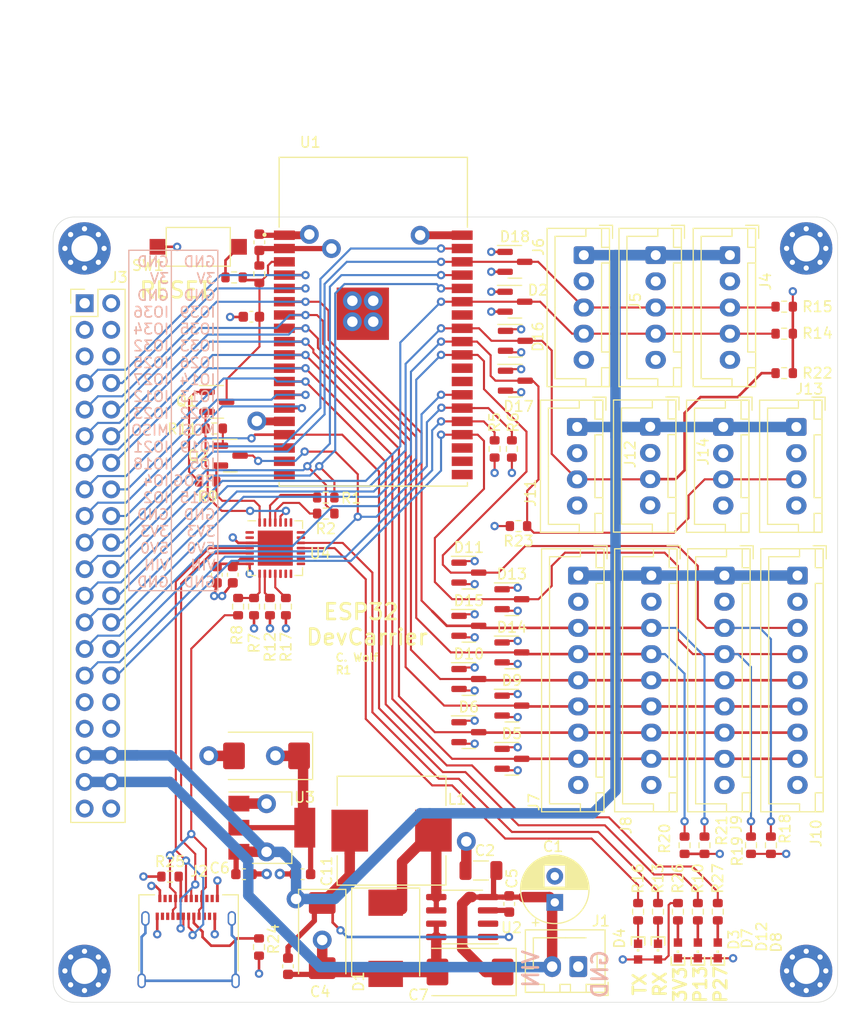
<source format=kicad_pcb>
(kicad_pcb (version 20211014) (generator pcbnew)
  (layers (0 "F.Cu" signal) (1 "In1.Cu" signal) (2 "In2.Cu" signal) (31 "B.Cu" signal) (34 "B.Paste" user) (35 "F.Paste" user) (36 "B.SilkS" user "B.Silkscreen") (37 "F.SilkS" user "F.Silkscreen") (38 "B.Mask" user) (39 "F.Mask" user) (44 "Edge.Cuts" user))
  (net 0 "")
  (net 1 "GND")
  (net 2 "VCC")
  (net 3 "+5V")
  (net 4 "/RESET")
  (net 5 "+3V3")
  (net 6 "Net-(D1-Pad1)")
  (net 7 "Net-(R3-Pad1)")
  (net 8 "/PROG")
  (net 9 "/IO21")
  (net 10 "/IO26")
  (net 16 "Net-(D8-Pad2)")
  (net 18 "Net-(D12-Pad2)")
  (net 20 "/MISO")
  (net 21 "/MOSI")
  (net 22 "Net-(Q1-Pad1)")
  (net 23 "Net-(Q2-Pad1)")
  (net 24 "Net-(R1-Pad1)")
  (net 25 "Net-(R2-Pad1)")
  (net 26 "Net-(R7-Pad2)")
  (net 27 "Net-(R12-Pad1)")
  (net 28 "Net-(R17-Pad2)")
  (net 43 "/USB Interface/RTS")
  (net 44 "/USB Interface/CTS")
  (net 45 "Net-(D7-Pad2)")
  (net 46 "/IO25")
  (net 47 "Net-(C5-Pad2)")
  (net 48 "/IO33")
  (net 49 "/IO32")
  (net 50 "/IO5")
  (net 51 "/IO15")
  (net 52 "/IO35")
  (net 53 "/IO34")
  (net 54 "/IO19")
  (net 55 "/IO18")
  (net 56 "/IO22")
  (net 57 "Net-(J2-PadA4)")
  (net 58 "Net-(J2-PadA6)")
  (net 59 "Net-(J2-PadA7)")
  (net 60 "/IO36")
  (net 61 "/IO39")
  (net 62 "/IO2")
  (net 63 "/IO4")
  (net 64 "Net-(D3-Pad1)")
  (net 65 "Net-(D4-Pad1)")
  (net 66 "/IO27")
  (net 67 "/IO14")
  (net 68 "/IO12")
  (net 71 "unconnected-(J2-PadS1)")
  (net 72 "Net-(J2-PadA5)")
  (net 73 "Net-(J2-PadB5)")
  (net 74 "/IO13")
  (net 75 "/IO23")
  (net 76 "/USB Interface/TXT")
  (net 77 "/USB Interface/RXT")
  (footprint "custom:CHIPLED_0603" (layer "F.Cu") (at 61.639988 70.0431 180)
    (fp_text reference "D12")
    (fp_text value "LED" hide)
  )
  (footprint "Resistor_SMD:R_0603_1608Metric" (layer "F.Cu") (at 61.639988 66.3481 90)
    (fp_text reference "R10")
    (fp_text value "470R")
  )
  (footprint "Resistor_SMD:R_0603_1608Metric" (layer "F.Cu") (at 69.894988 8.5631)
    (fp_text reference "R14")
    (fp_text value "4.7K")
  )
  (footprint "Button_Switch_SMD:SW_SPST_CK_RS282G05A3" (layer "F.Cu") (at 13.874616 2.8481 180)
    (fp_text reference "SW1")
    (fp_text value "SW_Push")
  )
  (footprint "Resistor_SMD:R_0603_1608Metric" (layer "F.Cu") (at 43.859988 22.1521 -90)
    (fp_text reference "R6")
    (fp_text value "4.7K")
  )
  (footprint "Capacitor_SMD:C_0603_1608Metric" (layer "F.Cu") (at 22.455976 71.5572 -90)
    (fp_text reference "C3" hide)
    (fp_text value "1 uF")
  )
  (footprint "Capacitor_SMD:C_0603_1608Metric" (layer "F.Cu") (at 23.845653 62.766535 180)
    (fp_text reference "C11")
    (fp_text value "1 uF")
  )
  (footprint "Capacitor_SMD:C_1206_3216Metric" (layer "F.Cu") (at 40.903653 62.4111 180)
    (fp_text reference "C2")
    (fp_text value "1 uF")
  )
  (footprint "custom:CHIPLED_0603" (layer "F.Cu") (at 63.544988 70.0431 180)
    (fp_text reference "D8")
    (fp_text value "LED" hide)
  )
  (footprint "Resistor_SMD:R_0603_1608Metric" (layer "F.Cu") (at 19.716616 5.461 90)
    (fp_text reference "R4" hide)
    (fp_text value "10K")
  )
  (footprint "MountingHole:MountingHole_2.5mm_Pad_Via" (layer "F.Cu") (at 72 72)
    (fp_text reference "H4" hide)
    (fp_text value "MountingHole")
  )
  (footprint "MountingHole:MountingHole_2.5mm_Pad_Via" (layer "F.Cu") (at 72 3)
    (fp_text reference "H3" hide)
    (fp_text value "MountingHole")
  )
  (footprint "Resistor_SMD:R_0603_1608Metric" (layer "F.Cu") (at 69.894988 11.1431)
    (fp_text reference "R15")
    (fp_text value "4.7K")
  )
  (footprint "Resistor_SMD:R_0603_1608Metric" (layer "F.Cu") (at 42.208988 22.1521 90)
    (fp_text reference "R5")
    (fp_text value "4.7K")
  )
  (footprint "custom:CHIPLED_0603" (layer "F.Cu") (at 59.734988 70.0431 180)
    (fp_text reference "D7")
    (fp_text value "LED" hide)
  )
  (footprint "Capacitor_THT:CP_Radial_D6.3mm_P2.50mm" (layer "F.Cu") (at 47.962653 65.4591 90)
    (fp_text reference "C1")
    (fp_text value "47uF")
  )
  (footprint "Package_SO:SOIC-8_3.9x4.9mm_P1.27mm" (layer "F.Cu") (at 39.107653 66.8561 180)
    (fp_text reference "U2")
    (fp_text value "XL2001")
  )
  (footprint "MountingHole:MountingHole_2.5mm_Pad_Via" (layer "F.Cu") (at 3 72)
    (fp_text reference "H2" hide)
    (fp_text value "MountingHole")
  )
  (footprint "Capacitor_Tantalum_SMD:CP_EIA-7343-20_Kemet-V" (layer "F.Cu") (at 25.726988 68.6261 -90)
    (fp_text reference "C4")
    (fp_text value "100uF")
  )
  (footprint "Resistor_SMD:R_0603_1608Metric" (layer "F.Cu") (at 59.734988 66.3481 90)
    (fp_text reference "R26")
    (fp_text value "470R")
  )
  (footprint "Capacitor_Tantalum_SMD:CP_EIA-7343-20_Kemet-V" (layer "F.Cu") (at 39.857653 72.1061 180)
    (fp_text reference "C7")
    (fp_text value "47uF")
  )
  (footprint "Capacitor_Tantalum_SMD:CP_EIA-7343-20_Kemet-V" (layer "F.Cu") (at 20.403653 51.463535 180)
    (fp_text reference "C10" hide)
    (fp_text value "100uF")
  )
  (footprint "Capacitor_SMD:C_0603_1608Metric" (layer "F.Cu") (at 19.716616 2.413 90)
    (fp_text reference "C9" hide)
    (fp_text value "1 uF")
  )
  (footprint "Capacitor_SMD:C_0603_1608Metric" (layer "F.Cu") (at 18.954616 9.525 180)
    (fp_text reference "C8" hide)
    (fp_text value "0.1 uF")
  )
  (footprint "Package_TO_SOT_SMD:SOT-223-3_TabPin2" (layer "F.Cu") (at 20.911653 58.321535)
    (fp_text reference "U3")
    (fp_text value "AMS1117-3.3")
  )
  (footprint "Resistor_SMD:R_0603_1608Metric" (layer "F.Cu") (at 63.544988 66.3481 90)
    (fp_text reference "R27")
    (fp_text value "470R")
  )
  (footprint "Capacitor_SMD:C_0603_1608Metric" (layer "F.Cu") (at 18.244653 62.766535)
    (fp_text reference "C6")
    (fp_text value "1 uF")
  )
  (footprint "Capacitor_SMD:C_0603_1608Metric" (layer "F.Cu") (at 43.607653 65.6061 -90)
    (fp_text reference "C5")
    (fp_text value "1 uF")
  )
  (footprint "Resistor_SMD:R_0603_1608Metric" (layer "F.Cu") (at 19.208616 37.211 90)
    (fp_text reference "R7")
    (fp_text value "49.9K")
  )
  (footprint "Resistor_SMD:R_0603_1608Metric" (layer "F.Cu") (at 17.303616 5.7691)
    (fp_text reference "R3" hide)
    (fp_text value "470R")
  )
  (footprint "Diode_SMD:D_SMC" (layer "F.Cu") (at 31.794988 68.8881 -90)
    (fp_text reference "D1")
    (fp_text value "SS36")
  )
  (footprint "custom:XCVR_ESP32-WROVER-B_(16MB)" (layer "F.Cu") (at 30.608616 10)
    (fp_text reference "U1")
    (fp_text value "ESP32-WROVER-B_(16MB)")
  )
  (footprint "Inductor_SMD:L_Wuerth_HCI-1040" (layer "F.Cu") (at 32.357653 58.6061 180)
    (fp_text reference "L1")
    (fp_text value "47uH/3A")
  )
  (footprint "MountingHole:MountingHole_2.5mm_Pad_Via" (layer "F.Cu") (at 3 3)
    (fp_text reference "H1" hide)
    (fp_text value "MountingHole")
  )
  (footprint "Connector_JST:JST_XH_B2B-XH-AM_1x02_P2.50mm_Vertical" (layer "F.Cu") (at 50.208653 71.5891 180)
    (fp_text reference "J1")
    (fp_text value "Conn_01x02")
  )
  (footprint "Connector_JST:JST_XH_B5B-XH-A_1x05_P2.50mm_Vertical" (layer "F.Cu") (at 50.734988 3.6431 -90)
    (fp_text reference "J6")
    (fp_text value "Conn_01x05")
  )
  (footprint "Connector_JST:JST_XH_B9B-XH-A_1x09_P2.50mm_Vertical" (layer "F.Cu") (at 64.179988 34.2431 -90)
    (fp_text reference "J9")
    (fp_text value "Conn_01x09")
  )
  (footprint "Resistor_SMD:R_0603_1608Metric" (layer "F.Cu") (at 11.176 62.992)
    (fp_text reference "R25")
    (fp_text value "5.1K")
  )
  (footprint "Connector_JST:JST_XH_B5B-XH-A_1x05_P2.50mm_Vertical" (layer "F.Cu") (at 64.704988 3.6431 -90)
    (fp_text reference "J4")
    (fp_text value "Conn_01x05")
  )
  (footprint "Package_TO_SOT_SMD:SOT-23" (layer "F.Cu") (at 39.747488 39.0431)
    (fp_text reference "D15")
    (fp_text value "BAT54S")
  )
  (footprint "Capacitor_SMD:C_0603_1608Metric" (layer "F.Cu") (at 17.176616 34.163 -90)
    (fp_text reference "C13" hide)
    (fp_text value "4.7 uF")
  )
  (footprint "Package_TO_SOT_SMD:SOT-23" (layer "F.Cu") (at 39.747488 49.2031)
    (fp_text reference "D6")
    (fp_text value "BAT54S")
  )
  (footprint "Connector_JST:JST_XH_B9B-XH-A_1x09_P2.50mm_Vertical" (layer "F.Cu") (at 57.194988 34.2431 -90)
    (fp_text reference "J8")
    (fp_text value "Conn_01x09")
  )
  (footprint "Connector_PinHeader_2.54mm:PinHeader_2x20_P2.54mm_Vertical" (layer "F.Cu") (at 3.014988 8.2331)
    (fp_text reference "J3")
    (fp_text value "Conn_02x20_Top_Bottom")
  )
  (footprint "Connector_JST:JST_XH_B5B-XH-A_1x05_P2.50mm_Vertical" (layer "F.Cu") (at 57.609988 3.6431 -90)
    (fp_text reference "J5")
    (fp_text value "Conn_01x05")
  )
  (footprint "Package_TO_SOT_SMD:SOT-23" (layer "F.Cu") (at 16.935988 22.7871)
    (fp_text reference "Q2")
    (fp_text value "MMS9013")
  )
  (footprint "Connector_JST:JST_XH_B4B-XH-A_1x04_P2.50mm_Vertical" (layer "F.Cu") (at 64.069988 20.0531 -90)
    (fp_text reference "J14")
    (fp_text value "Conn_01x04")
  )
  (footprint "Resistor_SMD:R_0603_1608Metric" (layer "F.Cu") (at 60.369988 59.9981 -90)
    (fp_text reference "R20")
    (fp_text value "4.7K")
  )
  (footprint "Resistor_SMD:R_0603_1608Metric" (layer "F.Cu") (at 20.732616 37.211 -90)
    (fp_text reference "R12")
    (fp_text value "10K")
  )
  (footprint "Resistor_SMD:R_0603_1608Metric" (layer "F.Cu") (at 15.398616 20.193 180)
    (fp_text reference "R11")
    (fp_text value "10K")
  )
  (footprint "Connector_USB:USB_C_Receptacle_Amphenol_12401610E4-2A" (layer "F.Cu") (at 12.954 70.104)
    (fp_text reference "J2")
    (fp_text value "USB_C_Receptacle_USB2.0")
  )
  (footprint "Connector_JST:JST_XH_B4B-XH-A_1x04_P2.50mm_Vertical" (layer "F.Cu") (at 71.054988 20.0531 -90)
    (fp_text reference "J13")
    (fp_text value "Conn_01x04")
  )
  (footprint "Package_TO_SOT_SMD:SOT-23" (layer "F.Cu") (at 39.747488 44.1231)
    (fp_text reference "D10")
    (fp_text value "BAT54S")
  )
  (footprint "Connector_JST:JST_XH_B9B-XH-A_1x09_P2.50mm_Vertical" (layer "F.Cu") (at 71.164988 34.2431 -90)
    (fp_text reference "J10")
    (fp_text value "Conn_01x09")
  )
  (footprint "Resistor_SMD:R_0603_1608Metric" (layer "F.Cu") (at 57.829988 66.3481 -90)
    (fp_text reference "R13")
    (fp_text value "470R")
  )
  (footprint "Resistor_SMD:R_0603_1608Metric" (layer "F.Cu") (at 62.274988 59.9981 -90)
    (fp_text reference "R21")
    (fp_text value "4.7K")
  )
  (footprint "Resistor_SMD:R_0603_1608Metric" (layer "F.Cu") (at 66.719988 59.9981 -90)
    (fp_text reference "R19")
    (fp_text value "4.7K")
  )
  (footprint "Package_TO_SOT_SMD:SOT-23" (layer "F.Cu") (at 44.1475 4.28)
    (fp_text reference "D18")
    (fp_text value "BAT54S")
  )
  (footprint "Resistor_SMD:R_0603_1608Metric" (layer "F.Cu") (at 69.894988 14.9131)
    (fp_text reference "R22")
    (fp_text value "4.7K")
  )
  (footprint "Connector_JST:JST_XH_B4B-XH-A_1x04_P2.50mm_Vertical" (layer "F.Cu") (at 50.099988 20.0531 -90)
    (fp_text reference "J11")
    (fp_text value "Conn_01x04")
  )
  (footprint "Resistor_SMD:R_0603_1608Metric" (layer "F.Cu") (at 26.066616 26.797)
    (fp_text reference "R1")
    (fp_text value "470R")
  )
  (footprint "Resistor_SMD:R_0603_1608Metric" (layer "F.Cu") (at 55.924988 66.3481 -90)
    (fp_text reference "R16")
    (fp_text value "470R")
  )
  (footprint "Resistor_SMD:R_0603_1608Metric" (layer "F.Cu") (at 22.256616 37.211 90)
    (fp_text reference "R17")
    (fp_text value "10K")
  )
  (footprint "Package_TO_SOT_SMD:SOT-23" (layer "F.Cu") (at 44.192488 11.8221)
    (fp_text reference "D16")
    (fp_text value "BAT54S")
  )
  (footprint "custom:CHIPLED_0603" (layer "F.Cu") (at 57.829988 70.1581)
    (fp_text reference "D3")
    (fp_text value "LED" hide)
  )
  (footprint "Resistor_SMD:R_0603_1608Metric" (layer "F.Cu") (at 17.684616 37.211 -90)
    (fp_text reference "R8")
    (fp_text value "22.1K")
  )
  (footprint "Package_TO_SOT_SMD:SOT-23" (layer "F.Cu") (at 39.747488 33.9631)
    (fp_text reference "D11")
    (fp_text value "BAT54S")
  )
  (footprint "Package_TO_SOT_SMD:SOT-23" (layer "F.Cu") (at 43.859988 46.6631)
    (fp_text reference "D9")
    (fp_text value "BAT54S")
  )
  (footprint "Package_TO_SOT_SMD:SOT-23" (layer "F.Cu") (at 15.652616 17.653)
    (fp_text reference "Q1")
    (fp_text value "MMS9013")
  )
  (footprint "Package_DFN_QFN:QFN-28-1EP_5x5mm_P0.5mm_EP3.35x3.35mm" (layer "F.Cu") (at 21.240616 31.623)
    (fp_text reference "U4")
    (fp_text value "CP2102N-Axx-xQFN28")
  )
  (footprint "Resistor_SMD:R_0603_1608Metric" (layer "F.Cu") (at 26.066616 28.321)
    (fp_text reference "R2")
    (fp_text value "470R")
  )
  (footprint "Package_TO_SOT_SMD:SOT-23" (layer "F.Cu") (at 44.192488 15.6321)
    (fp_text reference "D17")
    (fp_text value "BAT54S")
  )
  (footprint "custom:CHIPLED_0603" (layer "F.Cu") (at 55.924988 70.1581)
    (fp_text reference "D4")
    (fp_text value "LED" hide)
  )
  (footprint "Package_TO_SOT_SMD:SOT-23" (layer "F.Cu") (at 43.859988 36.5031)
    (fp_text reference "D13")
    (fp_text value "BAT54S")
  )
  (footprint "Resistor_SMD:R_0603_1608Metric" (layer "F.Cu") (at 19.685 69.723 90)
    (fp_text reference "R24")
    (fp_text value "5.1K")
  )
  (footprint "Connector_JST:JST_XH_B9B-XH-A_1x09_P2.50mm_Vertical" (layer "F.Cu") (at 50.209988 34.2431 -90)
    (fp_text reference "J7")
    (fp_text value "Conn_01x09")
  )
  (footprint "Package_TO_SOT_SMD:SOT-23" (layer "F.Cu") (at 43.859988 51.7431)
    (fp_text reference "D5")
    (fp_text value "BAT54S")
  )
  (footprint "Package_TO_SOT_SMD:SOT-23" (layer "F.Cu") (at 44.1475 8.09)
    (fp_text reference "D2")
    (fp_text value "BAT54S")
  )
  (footprint "Resistor_SMD:R_0603_1608Metric" (layer "F.Cu") (at 14.776988 25.273)
    (fp_text reference "R9")
    (fp_text value "10K")
  )
  (footprint "Resistor_SMD:R_0603_1608Metric" (layer "F.Cu") (at 44.494988 29.5181 180)
    (fp_text reference "R23")
    (fp_text value "4.7K")
  )
  (footprint "Capacitor_SMD:C_0603_1608Metric" (layer "F.Cu") (at 15.652616 34.163 -90)
    (fp_text reference "C12" hide)
    (fp_text value "0.1 uF")
  )
  (footprint "Resistor_SMD:R_0603_1608Metric" (layer "F.Cu") (at 68.624988 59.9981 -90)
    (fp_text reference "R18")
    (fp_text value "4.7K")
  )
  (footprint "Package_TO_SOT_SMD:SOT-23" (layer "F.Cu") (at 43.859988 41.5831)
    (fp_text reference "D14")
    (fp_text value "BAT54S")
  )
  (footprint "Connector_JST:JST_XH_B4B-XH-A_1x04_P2.50mm_Vertical" (layer "F.Cu") (at 57.084988 20.0331 -90)
    (fp_text reference "J12")
    (fp_text value "Conn_01x04")
  )
  (gr_line (start 7.239 35.687) (end 15.748 35.687) (layer "B.SilkS") (width 0.12))
  (gr_line (start 15.748 3.175) (end 7.239 3.175) (layer "B.SilkS") (width 0.12))
  (gr_line (start 15.748 35.687) (end 15.748 3.175) (layer "B.SilkS") (width 0.12))
  (gr_line (start 7.239 3.175) (end 7.239 35.687) (layer "B.SilkS") (width 0.12))
  (gr_line (start 11.303 3.175) (end 11.303 35.687) (layer "B.SilkS") (width 0.12))
  (gr_line (start 0 73) (end 0 2) (layer "Edge.Cuts") (width 0.05))
  (gr_line (start 2 0) (end 73 0) (layer "Edge.Cuts") (width 0.05))
  (gr_line (start 75 2) (end 75 73) (layer "Edge.Cuts") (width 0.05))
  (gr_line (start 73 75) (end 2 75) (layer "Edge.Cuts") (width 0.05))
  (gr_arc (start 0.000001 2.000001) (mid 0.585787 0.585787) (end 2.000001 0.000001) (layer "Edge.Cuts") (width 0.05))
  (gr_arc (start 2 75) (mid 0.585786 74.414214) (end 0 73) (layer "Edge.Cuts") (width 0.05))
  (gr_arc (start 72.999999 0.000001) (mid 74.414213 0.585787) (end 74.999999 2.000001) (layer "Edge.Cuts") (width 0.05))
  (gr_arc (start 74.999999 72.999999) (mid 74.414213 74.414213) (end 72.999999 74.999999) (layer "Edge.Cuts") (width 0.05))
  (gr_text "GND" (at 52.280653 72.3171 90) (layer "B.SilkS") (effects (font (size 1.5 1.5) (thickness 0.25)) (justify mirror)))
  (gr_text "VIN" (at 45.676653 71.8091 90) (layer "B.SilkS") (effects (font (size 1.5 1.5) (thickness 0.25)) (justify mirror)))
  (gr_text "GND\n3V\nGND\nIO39\nIO35\nIO33\nIO26\nIO14\nIO13\nIO22\nMOSI\nIO19\nIO5\nPROG\nIO15\nGND\n3V3\n5V0\nVIN\nGND" (at 15.621 19.558) (layer "B.SilkS") (effects (font (size 1 1)) (justify left mirror)))
  (gr_text "GND\n3V\nGND\nIO36\nIO34\nIO32\nIO25\nIO27\nIO12\nIO23\nMISO\nIO21\nIO18\nIO4\nIO2\nGND\n3V3\n5V0\nVIN\nGND" (at 11.176 19.558) (layer "B.SilkS") (effects (font (size 1 1)) (justify left mirror)))
  (gr_text "C. Wolf\nR1" (at 26.924 42.672) (layer "F.SilkS") (effects (font (size 0.75 0.75)) (justify left)))
  (gr_text "ESP32 \nDevCarrier" (at 30.016988 38.9161) (layer "F.SilkS") (effects (font (size 1.5 1.5) (thickness 0.25))))
  (gr_text "RESET" (at 11.684 6.985) (layer "F.SilkS") (effects (font (size 1.5 1.5) (thickness 0.25))))
  (gr_text "TX\nRX\n3V3\nP13\nP27" (at 59.944 73.279 90) (layer "F.SilkS") (effects (font (size 1.2 1.2) (thickness 0.25))))
  (segment (start 36.632653 68.7611) (end 36.632653 67.4911) (width 0.5) (layer "F.Cu") (net 1))
  (segment (start 25.726988 71.8261) (end 25.726988 69.0511) (width 1) (layer "F.Cu") (net 1))
  (segment (start 19.510888 19.52) (end 22.108616 19.52) (width 0.75) (layer "F.Cu") (net 1))
  (segment (start 43.21 7.14) (end 41.8915 7.14) (width 0.25) (layer "F.Cu") (net 1))
  (segment (start 38.809988 48.1031) (end 40.303988 48.1031) (width 0.2) (layer "F.Cu") (net 1))
  (segment (start 10.351 62.992) (end 8.636 62.992) (width 0.25) (layer "F.Cu") (net 1))
  (segment (start 18.790616 31.123) (end 20.740616 31.123) (width 0.25) (layer "F.Cu") (net 1))
  (segment (start 39.503653 62.4111) (end 39.503653 59.6361) (width 1) (layer "F.Cu") (net 1))
  (segment (start 17.692616 31.123) (end 17.176616 30.607) (width 0.25) (layer "F.Cu") (net 1))
  (segment (start 22.256616 38.036) (end 22.256616 39.293) (width 0.25) (layer "F.Cu") (net 1))
  (segment (start 63.544988 70.7931) (end 59.734988 70.7931) (width 0.2) (layer "F.Cu") (net 1))
  (segment (start 42.922488 45.5631) (end 44.416488 45.5631) (width 0.2) (layer "F.Cu") (net 1))
  (segment (start 22.108616 1.745) (end 24.41593 1.745) (width 0.75) (layer "F.Cu") (net 1))
  (segment (start 42.922488 35.4031) (end 44.416488 35.4031) (width 0.2) (layer "F.Cu") (net 1))
  (segment (start 19.208616 38.036) (end 19.208616 39.293) (width 0.25) (layer "F.Cu") (net 1))
  (segment (start 9.954 66.784) (end 9.954 68.499) (width 0.25) (layer "F.Cu") (net 1))
  (segment (start 36.632653 71.9936) (end 36.632653 68.7611) (width 1) (layer "F.Cu") (net 1))
  (segment (start 26.094488 72.1061) (end 25.726988 71.7386) (width 1) (layer "F.Cu") (net 1))
  (segment (start 38.809988 32.8631) (end 40.303988 32.8631) (width 0.2) (layer "F.Cu") (net 1))
  (segment (start 18.179616 9.55) (end 16.922616 9.55) (width 0.25) (layer "F.Cu") (net 1))
  (segment (start 38.809988 37.9431) (end 40.303988 37.9431) (width 0.2) (layer "F.Cu") (net 1))
  (segment (start 9.779 63.881) (end 9.398 63.881) (width 0.25) (layer "F.Cu") (net 1))
  (segment (start 20.740616 31.123) (end 21.240616 31.623) (width 0.25) (layer "F.Cu") (net 1))
  (segment (start 17.761653 56.021535) (end 20.389653 56.021535) (width 1) (layer "F.Cu") (net 1))
  (segment (start 9.974616 2.8481) (end 11.857616 2.8481) (width 0.25) (layer "F.Cu") (net 1))
  (segment (start 24.41593 1.745) (end 24.49594 1.66499) (width 0.75) (layer "F.Cu") (net 1))
  (segment (start 38.809988 43.0231) (end 40.303988 43.0231) (width 0.2) (layer "F.Cu") (net 1))
  (segment (start 19.475988 19.4851) (end 19.510888 19.52) (width 0.75) (layer "F.Cu") (net 1))
  (segment (start 21.673653 62.741535) (end 23.070653 62.741535) (width 0.5) (layer "F.Cu") (net 1))
  (segment (start 43.21 3.33) (end 41.8915 3.33) (width 0.25) (layer "F.Cu") (net 1))
  (segment (start 15.704 65.084) (end 15.704 63.369) (width 0.25) (layer "F.Cu") (net 1))
  (segment (start 42.208988 24.4381) (end 42.208988 22.9771) (width 0.2) (layer "F.Cu") (net 1))
  (segment (start 15.454 66.784) (end 15.454 68.499) (width 0.25) (layer "F.Cu") (net 1))
  (segment (start 19.685 70.548) (end 19.685 72.263) (width 0.25) (layer "F.Cu") (net 1))
  (segment (start 17.291153 51.463535) (end 14.663153 51.463535) (width 1) (layer "F.Cu") (net 1))
  (segment (start 42.922488 50.6431) (end 44.416488 50.6431) (width 0.2) (layer "F.Cu") (net 1))
  (segment (start 36.745153 72.1061) (end 26.094488 72.1061) (width 1) (layer "F.Cu") (net 1))
  (segment (start 10.204 64.306) (end 9.779 63.881) (width 0.25) (layer "F.Cu") (net 1))
  (segment (start 22.430976 72.3322) (end 25.133388 72.3322) (width 0.5) (layer "F.Cu") (net 1))
  (segment (start 39.108616 1.745) (end 35.088616 1.745) (width 0.75) (layer "F.Cu") (net 1))
  (segment (start 18.790616 31.123) (end 17.692616 31.123) (width 0.25) (layer "F.Cu") (net 1))
  (segment (start 19.823616 1.745) (end 19.716616 1.638) (width 0.5) (layer "F.Cu") (net 1))
  (segment (start 20.416653 62.741535) (end 19.019653 62.741535) (width 0.5) (layer "F.Cu") (net 1))
  (segment (start 43.254988 10.7221) (end 44.748988 10.7221) (width 0.2) (layer "F.Cu") (net 1))
  (segment (start 15.677616 34.938) (end 15.398616 36.195) (width 0.25) (layer "F.Cu") (net 1))
  (segment (start 42.922488 40.4831) (end 44.416488 40.4831) (width 0.2) (layer "F.Cu") (net 1))
  (segment (start 10.204 65.084) (end 10.204 64.306) (width 0.25) (layer "F.Cu") (net 1))
  (segment (start 22.108616 1.745) (end 19.823616 1.745) (width 0.5) (layer "F.Cu") (net 1))
  (segment (start 43.254988 14.5321) (end 44.748988 14.5321) (width 0.2) (layer "F.Cu") (net 1))
  (segment (start 65.005988 70.7931) (end 63.544988 70.7931) (width 0.2) (layer "F.Cu") (net 1))
  (segment (start 36.745153 72.1061) (end 36.632653 71.9936) (width 1) (layer "F.Cu") (net 1))
  (segment (start 17.151616 34.938) (end 16.160616 36.195) (width 0.25) (layer "F.Cu") (net 1))
  (via (at 35.088616 1.745) (size 1.8) (drill 1) (layers "F.Cu" "B.Cu") (net 1))
  (via (at 30.608616 8) (size 1.8) (drill 1) (layers "F.Cu" "B.Cu") (net 1))
  (via (at 25.726988 69.0511) (size 1.8) (drill 1) (layers "F.Cu" "B.Cu") (net 1))
  (via (at 28.608616 8) (size 1.8) (drill 1) (layers "F.Cu" "B.Cu") (net 1))
  (via (at 30.608616 10) (size 1.8) (drill 1) (layers "F.Cu" "B.Cu") (net 1))
  (via (at 28.608616 10) (size 1.8) (drill 1) (layers "F.Cu" "B.Cu") (net 1))
  (via (at 44.416488 35.4031) (size 0.8) (drill 0.4) (layers "F.Cu" "B.Cu") (net 1))
  (via (at 16.922616 9.55) (size 0.8) (drill 0.4) (layers "F.Cu" "B.Cu") (net 1))
  (via (at 40.303988 43.0231) (size 0.8) (drill 0.4) (layers "F.Cu" "B.Cu") (net 1))
  (via (at 20.416653 62.741535) (size 1) (drill 0.5) (layers "F.Cu" "B.Cu") (net 1))
  (via (at 9.398 63.881) (size 0.8) (drill 0.4) (layers "F.Cu" "B.Cu") (net 1))
  (via (at 42.208988 24.4381) (size 0.8) (drill 0.4) (layers "F.Cu" "B.Cu") (net 1))
  (via (at 16.160616 36.195) (size 0.8) (drill 0.4) (layers "F.Cu" "B.Cu") (net 1))
  (via (at 44.416488 50.6431) (size 0.8) (drill 0.4) (layers "F.Cu" "B.Cu") (net 1))
  (via (at 19.475988 19.4851) (size 1.8) (drill 1) (layers "F.Cu" "B.Cu") (net 1))
  (via (at 41.8915 7.14) (size 0.8) (drill 0.4) (layers "F.Cu" "B.Cu") (net 1))
  (via (at 44.748988 10.7221) (size 0.8) (drill 0.4) (layers "F.Cu" "B.Cu") (net 1))
  (via (at 41.8915 3.33) (size 0.8) (drill 0.4) (layers "F.Cu" "B.Cu") (net 1))
  (via (at 21.673653 62.741535) (size 1) (drill 0.5) (layers "F.Cu" "B.Cu") (net 1))
  (via (at 40.303988 32.8631) (size 0.8) (drill 0.4) (layers "F.Cu" "B.Cu") (net 1))
  (via (at 15.398616 36.195) (size 0.8) (drill 0.4) (layers "F.Cu" "B.Cu") (net 1))
  (via (at 40.303988 37.9431) (size 0.8) (drill 0.4) (layers "F.Cu" "B.Cu") (net 1))
  (via (at 14.878153 51.449535) (size 1.8) (drill 1) (layers "F.Cu" "B.Cu") (net 1))
  (via (at 9.954 68.499) (size 0.8) (drill 0.4) (layers "F.Cu" "B.Cu") (net 1))
  (via (at 44.748988 14.5321) (size 0.8) (drill 0.4) (layers "F.Cu" "B.Cu") (net 1))
  (via (at 22.256616 39.293) (size 0.8) (drill 0.4) (layers "F.Cu" "B.Cu") (net 1))
  (via (at 15.454 68.499) (size 0.8) (drill 0.4) (layers "F.Cu" "B.Cu") (net 1))
  (via (at 40.303988 48.1031) (size 0.8) (drill 0.4) (layers "F.Cu" "B.Cu") (net 1))
  (via (at 17.176616 30.607) (size 0.8) (drill 0.4) (layers "F.Cu" "B.Cu") (net 1))
  (via (at 65.005988 70.7931) (size 0.8) (drill 0.4) (layers "F.Cu" "B.Cu") (net 1))
  (via (at 19.208616 39.293) (size 0.8) (drill 0.4) (layers "F.Cu" "B.Cu") (net 1))
  (via (at 11.857616 2.8481) (size 0.8) (drill 0.4) (layers "F.Cu" "B.Cu") (net 1))
  (via (at 15.704 63.369) (size 0.8) (drill 0.4) (layers "F.Cu" "B.Cu") (net 1))
  (via (at 8.636 62.992) (size 0.8) (drill 0.4) (layers "F.Cu" "B.Cu") (net 1))
  (via (at 19.685 72.263) (size 0.8) (drill 0.4) (layers "F.Cu" "B.Cu") (net 1))
  (via (at 24.49594 1.66499) (size 1.8) (drill 1) (layers "F.Cu" "B.Cu") (net 1))
  (via (at 44.416488 45.5631) (size 0.8) (drill 0.4) (layers "F.Cu" "B.Cu") (net 1))
  (via (at 44.416488 40.4831) (size 0.8) (drill 0.4) (layers "F.Cu" "B.Cu") (net 1))
  (via (at 39.503653 59.6361) (size 1.8) (drill 1) (layers "F.Cu" "B.Cu") (net 1))
  (via (at 20.403653 56.035535) (size 1.8) (drill 1) (layers "F.Cu" "B.Cu") (net 1))
  (segment (start 39.107653 65.6061) (end 39.762653 64.9511) (width 1) (layer "F.Cu") (net 2))
  (segment (start 39.107653 69.8561) (end 39.107653 65.6061) (width 1) (layer "F.Cu") (net 2))
  (segment (start 39.762653 64.9511) (end 40.012653 64.9511) (width 1) (layer "F.Cu") (net 2))
  (segment (start 40.012653 64.9511) (end 41.582653 64.9511) (width 0.5) (layer "F.Cu") (net 2))
  (segment (start 43.057653 72.1061) (end 41.357653 72.1061) (width 1) (layer "F.Cu") (net 2))
  (segment (start 41.357653 72.1061) (end 39.107653 69.8561) (width 1) (layer "F.Cu") (net 2))
  (segment (start 41.582653 64.9511) (end 42.107653 64.9511) (width 0.5) (layer "F.Cu") (net 2))
  (segment (start 47.708653 65.2051) (end 47.708653 71.5891) (width 1) (layer "F.Cu") (net 2))
  (segment (start 47.454653 64.9511) (end 47.708653 65.2051) (width 1) (layer "F.Cu") (net 2))
  (segment (start 41.582653 64.9511) (end 42.935653 64.9511) (width 0.5) (layer "F.Cu") (net 2))
  (segment (start 44.967653 64.9511) (end 47.454653 64.9511) (width 1) (layer "F.Cu") (net 2))
  (segment (start 42.935653 64.9511) (end 44.967653 64.9511) (width 0.5) (layer "F.Cu") (net 2))
  (segment (start 42.107653 62.6071) (end 42.303653 62.4111) (width 0.5) (layer "F.Cu") (net 2))
  (segment (start 42.935653 64.9511) (end 43.637653 64.9511) (width 0.5) (layer "F.Cu") (net 2))
  (segment (start 43.637653 64.9511) (end 43.637653 64.8611) (width 0.25) (layer "F.Cu") (net 2))
  (segment (start 42.107653 64.9511) (end 42.107653 62.6071) (width 0.5) (layer "F.Cu") (net 2))
  (segment (start 43.607653 64.8186) (end 43.607653 64.9211) (width 0.25) (layer "F.Cu") (net 2))
  (segment (start 43.607653 64.9211) (end 43.637653 64.9511) (width 0.25) (layer "F.Cu") (net 2))
  (segment (start 43.637653 64.8611) (end 43.607653 64.8311) (width 0.25) (layer "F.Cu") (net 2))
  (segment (start 47.659142 71.638611) (end 47.708653 71.5891) (width 1) (layer "B.Cu") (net 2))
  (segment (start 18.6578 61.4568) (end 18.6578 64.7812) (width 1) (layer "B.Cu") (net 2))
  (segment (start 11.1541 53.9531) (end 18.6578 61.4568) (width 1) (layer "B.Cu") (net 2))
  (segment (start 3.014988 53.9531) (end 11.1541 53.9531) (width 1) (layer "B.Cu") (net 2))
  (segment (start 25.515211 71.638611) (end 47.659142 71.638611) (width 1) (layer "B.Cu") (net 2))
  (segment (start 18.6578 64.7812) (end 25.515211 71.638611) (width 1) (layer "B.Cu") (net 2))
  (segment (start 41.582653 68.7611) (end 43.577653 68.7611) (width 0.25) (layer "F.Cu") (net 3))
  (segment (start 26.726988 67.3761) (end 27.476988 68.1261) (width 0.25) (layer "F.Cu") (net 3))
  (segment (start 26.726988 65.8761) (end 26.726988 67.3761) (width 0.25) (layer "F.Cu") (net 3))
  (segment (start 24.976988 67.2151) (end 22.455976 69.736112) (width 0.5) (layer "F.Cu") (net 3))
  (segment (start 17.508153 60.875035) (end 17.761653 60.621535) (width 0.25) (layer "F.Cu") (net 3))
  (segment (start 28.357653 60.751765) (end 28.357653 62.882935) (width 1) (layer "F.Cu") (net 3))
  (segment (start 28.357653 62.882935) (end 25.726988 65.5136) (width 1) (layer "F.Cu") (net 3))
  (segment (start 24.976988 65.9261) (end 24.976988 67.2151) (width 0.5) (layer "F.Cu") (net 3))
  (segment (start 28.357653 58.1061) (end 28.357653 60.751765) (width 1) (layer "F.Cu") (net 3))
  (segment (start 17.761653 60.621535) (end 20.389653 60.621535) (width 1) (layer "F.Cu") (net 3))
  (segment (start 17.496397 62.632785) (end 17.496397 60.868285) (width 0.5) (layer "F.Cu") (net 3))
  (segment (start 25.226988 65.1261) (end 23.226988 65.1261) (width 1) (layer "F.Cu") (net 3))
  (segment (start 22.455976 69.736112) (end 22.455976 70.7822) (width 0.5) (layer "F.Cu") (net 3))
  (via (at 23.226988 65.1261) (size 1.8) (drill 1) (layers "F.Cu" "B.Cu") (net 3))
  (via (at 27.476988 68.1261) (size 0.8) (drill 0.4) (layers "F.Cu" "B.Cu") (net 3))
  (via (at 43.577653 68.7611) (size 0.8) (drill 0.4) (layers "F.Cu" "B.Cu") (net 3))
  (via (at 20.403653 60.635535) (size 1.8) (drill 1) (layers "F.Cu" "B.Cu") (net 3))
  (segment (start 35.985988 56.9501) (end 35.096988 56.9501) (width 1) (layer "B.Cu") (net 3))
  (segment (start 43.577653 68.7611) (end 31.921988 68.7611) (width 0.25) (layer "B.Cu") (net 3))
  (segment (start 53.664988 34.2431) (end 53.765988 34.3441) (width 1) (layer "B.Cu") (net 3))
  (segment (start 53.765988 3.6431) (end 61.418988 3.6431) (width 1) (layer "B.Cu") (net 3))
  (segment (start 23.226988 65.1261) (end 23.226988 61.975436) (width 1) (layer "B.Cu") (net 3))
  (segment (start 61.418988 3.6431) (end 50.734988 3.6431) (width 1) (layer "B.Cu") (net 3))
  (segment (start 54.848988 20.0531) (end 50.099988 20.0531) (width 1) (layer "B.Cu") (net 3))
  (segment (start 53.765988 20.1201) (end 53.832988 20.0531) (width 1) (layer "B.Cu") (net 3))
  (segment (start 53.765988 54.7911) (end 53.765988 34.8521) (width 1) (layer "B.Cu") (net 3))
  (segment (start 71.054988 20.0531) (end 54.848988 20.0531) (width 1) (layer "B.Cu") (net 3))
  (segment (start 31.921988 68.7611) (end 28.111988 68.7611) (width 0.25) (layer "B.Cu") (net 3))
  (segment (start 53.765988 34.3441) (end 53.765988 34.8521) (width 1) (layer "B.Cu") (net 3))
  (segment (start 53.765988 34.8521) (end 53.765988 21.0091) (width 1) (layer "B.Cu") (net 3))
  (segment (start 28.111988 68.7611) (end 27.476988 68.1261) (width 0.25) (layer "B.Cu") (net 3))
  (segment (start 21.887087 60.635535) (end 22.14082 60.889268) (width 1) (layer "B.Cu") (net 3))
  (segment (start 61.418988 3.6431) (end 64.704988 3.6431) (width 1) (layer "B.Cu") (net 3))
  (segment (start 26.920988 65.1261) (end 23.226988 65.1261) (width 1) (layer "B.Cu") (net 3))
  (segment (start 20.403653 60.635535) (end 21.887087 60.635535) (width 1) (layer "B.Cu") (net 3))
  (segment (start 35.985988 56.9501) (end 51.606988 56.9501) (width 1) (layer "B.Cu") (net 3))
  (segment (start 53.765988 21.0091) (end 53.765988 3.6431) (width 1) (layer "B.Cu") (net 3))
  (segment (start 23.226988 61.975436) (end 22.14082 60.889268) (width 1) (layer "B.Cu") (net 3))
  (segment (start 71.164988 34.2431) (end 52.596988 34.2431) (width 1) (layer "B.Cu") (net 3))
  (segment (start 8.0229 51.4131) (end 3.014988 51.4131) (width 1) (layer "B.Cu") (net 3))
  (segment (start 35.096988 56.9501) (end 26.920988 65.1261) (width 1) (layer "B.Cu") (net 3))
  (segment (start 53.765988 21.0091) (end 53.765988 20.1201) (width 1) (layer "B.Cu") (net 3))
  (segment (start 52.596988 34.2431) (end 53.664988 34.2431) (width 1) (layer "B.Cu") (net 3))
  (segment (start 8.0229 51.4131) (end 5.554988 51.4131) (width 1) (layer "B.Cu") (net 3))
  (segment (start 51.606988 56.9501) (end 53.765988 54.7911) (width 1) (layer "B.Cu") (net 3))
  (segment (start 11.181218 51.4131) (end 8.0229 51.4131) (width 1) (layer "B.Cu") (net 3))
  (segment (start 53.832988 20.0531) (end 54.848988 20.0531) (width 1) (layer "B.Cu") (net 3))
  (segment (start 52.596988 34.2431) (end 50.209988 34.2431) (width 1) (layer "B.Cu") (net 3))
  (segment (start 20.403653 60.635535) (end 11.181218 51.4131) (width 1) (layer "B.Cu") (net 3))
  (segment (start 20.892616 4.285) (end 22.108616 4.285) (width 0.2) (layer "F.Cu") (net 4))
  (segment (start 20.542116 5.083972) (end 20.542116 4.6355) (width 0.2) (layer "F.Cu") (net 4))
  (segment (start 18.382616 6.0231) (end 19.453716 6.0231) (width 0.25) (layer "F.Cu") (net 4))
  (segment (start 19.729616 9.525) (end 19.729616 6.299) (width 0.2) (layer "F.Cu") (net 4))
  (segment (start 19.716616 6.286) (end 20.542116 5.4605) (width 0.2) (layer "F.Cu") (net 4))
  (segment (start 19.453716 6.0231) (end 19.716616 6.286) (width 0.25) (layer "F.Cu") (net 4))
  (segment (start 16.590116 15.512972) (end 19.729616 12.373472) (width 0.2) (layer "F.Cu") (net 4))
  (segment (start 19.729616 12.373472) (end 19.729616 9.525) (width 0.2) (layer "F.Cu") (net 4))
  (segment (start 18.128616 5.7691) (end 18.382616 6.0231) (width 0.25) (layer "F.Cu") (net 4))
  (segment (start 19.729616 6.299) (end 19.716616 6.286) (width 0.2) (layer "F.Cu") (net 4))
  (segment (start 20.542116 5.4605) (end 20.542116 5.083972) (width 0.2) (layer "F.Cu") (net 4))
  (segment (start 20.542116 4.6355) (end 20.892616 4.285) (width 0.2) (layer "F.Cu") (net 4))
  (segment (start 16.590116 17.653) (end 16.590116 15.512972) (width 0.2) (layer "F.Cu") (net 4))
  (segment (start 43.21 5.23) (end 41.8915 5.23) (width 0.25) (layer "F.Cu") (net 5))
  (segment (start 23.897153 51.463535) (end 21.269153 51.463535) (width 1) (layer "F.Cu") (net 5))
  (segment (start 59.035988 65.5231) (end 58.845988 65.7131) (width 0.2) (layer "F.Cu") (net 5))
  (segment (start 19.889616 3.015) (end 19.716616 3.188) (width 0.5) (layer "F.Cu") (net 5))
  (segment (start 42.922488 52.8431) (end 44.416488 52.8431) (width 0.2) (layer "F.Cu") (net 5))
  (segment (start 17.941616 32.623) (end 17.176616 33.388) (width 0.25) (layer "F.Cu") (net 5))
  (segment (start 42.922488 47.7631) (end 44.416488 47.7631) (width 0.2) (layer "F.Cu") (net 5))
  (segment (start 58.476988 70.9081) (end 57.829988 70.9081) (width 0.2) (layer "F.Cu") (net 5))
  (segment (start 70.719988 7.1021) (end 70.719988 8.5631) (width 0.2) (layer "F.Cu") (net 5))
  (segment (start 70.719988 14.9131) (end 70.719988 8.5631) (width 0.25) (layer "F.Cu") (net 5))
  (segment (start 70.085988 60.8231) (end 68.624988 60.8231) (width 0.2) (layer "F.Cu") (net 5))
  (segment (start 42.922488 37.6031) (end 44.416488 37.6031) (width 0.2) (layer "F.Cu") (net 5))
  (segment (start 60.369988 60.8231) (end 62.274988 60.8231) (width 0.25) (layer "F.Cu") (net 5))
  (segment (start 63.735988 60.8231) (end 62.274988 60.8231) (width 0.2) (layer "F.Cu") (net 5))
  (segment (start 43.21 9.04) (end 41.8915 9.04) (width 0.25) (layer "F.Cu") (net 5))
  (segment (start 43.254988 16.7321) (end 44.748988 16.7321) (width 0.2) (layer "F.Cu") (net 5))
  (segment (start 23.897153 51.463535) (end 23.897153 58.157035) (width 1) (layer "F.Cu") (net 5))
  (segment (start 58.845988 65.7131) (end 58.845988 70.5391) (width 0.2) (layer "F.Cu") (net 5))
  (segment (start 43.254988 12.9221) (end 44.748988 12.9221) (width 0.2) (layer "F.Cu") (net 5))
  (segment (start 18.790616 32.623) (end 17.941616 32.623) (width 0.25) (layer "F.Cu") (net 5))
  (segment (start 19.589616 3.2155) (end 19.858616 2.9465) (width 0.25) (layer "F.Cu") (net 5))
  (segment (start 54.463988 70.9081) (end 55.924988 70.9081) (width 0.2) (layer "F.Cu") (net 5))
  (segment (start 58.845988 70.5391) (end 58.476988 70.9081) (width 0.2) (layer "F.Cu") (net 5))
  (segment (start 17.761653 58.321535) (end 24.061653 58.321535) (width 0.5) (layer "F.Cu") (net 5))
  (segment (start 26.607616 3.015) (end 19.889616 3.015) (width 0.5) (layer "F.Cu") (net 5))
  (segment (start 20.732616 38.036) (end 20.732616 39.293) (width 0.25) (layer "F.Cu") (net 5))
  (segment (start 24.620653 62.766535) (end 24.620653 58.880535) (width 0.5) (layer "F.Cu") (net 5))
  (segment (start 43.859988 24.4381) (end 43.859988 22.9771) (width 0.2) (layer "F.Cu") (net 5))
  (segment (start 17.152616 33.123) (end 15.917616 33.123) (width 0.25) (layer "F.Cu") (net 5))
  (segment (start 17.176616 33.147) (end 17.152616 33.123) (width 0.25) (layer "F.Cu") (net 5))
  (segment (start 38.809988 50.3031) (end 40.303988 50.3031) (width 0.2) (layer "F.Cu") (net 5))
  (segment (start 38.809988 35.0631) (end 40.303988 35.0631) (width 0.2) (layer "F.Cu") (net 5))
  (segment (start 24.620653 58.880535) (end 24.061653 58.321535) (width 0.5) (layer "F.Cu") (net 5))
  (segment (start 19.589616 4.6735) (end 19.589616 3.2155) (width 0.25) (layer "F.Cu") (net 5))
  (segment (start 38.809988 45.2231) (end 40.303988 45.2231) (width 0.2) (layer "F.Cu") (net 5))
  (segment (start 42.922488 42.6831) (end 44.416488 42.6831) (width 0.2) (layer "F.Cu") (net 5))
  (segment (start 15.917616 33.123) (end 15.652616 33.388) (width 0.25) (layer "F.Cu") (net 5))
  (segment (start 55.924988 70.9081) (end 57.829988 70.9081) (width 0.2) (layer "F.Cu") (net 5))
  (segment (start 23.897153 58.157035) (end 24.061653 58.321535) (width 1) (layer "F.Cu") (net 5))
  (segment (start 68.624988 60.8231) (end 66.719988 60.8231) (width 0.2) (layer "F.Cu") (net 5))
  (segment (start 17.176616 33.388) (end 17.176616 33.147) (width 0.25) (layer "F.Cu") (net 5))
  (segment (start 59.734988 65.5231) (end 59.035988 65.5231) (width 0.2) (layer "F.Cu") (net 5))
  (segment (start 18.790616 33.123) (end 18.790616 34.073) (width 0.25) (layer "F.Cu") (net 5))
  (segment (start 42.208988 29.5181) (end 43.669988 29.5181) (width 0.2) (layer "F.Cu") (net 5))
  (segment (start 18.790616 33.123) (end 17.152616 33.123) (width 0.25) (layer "F.Cu") (net 5))
  (segment (start 38.809988 40.1431) (end 40.303988 40.1431) (width 0.2) (layer "F.Cu") (net 5))
  (via (at 70.085988 60.8231) (size 0.8) (drill 0.4) (layers "F.Cu" "B.Cu") (net 5))
  (via (at 26.607616 3.015) (size 1.8) (drill 1) (layers "F.Cu" "B.Cu") (net 5))
  (via (at 41.8915 9.04) (size 0.8) (drill 0.4) (layers "F.Cu" "B.Cu") (net 5))
  (via (at 54.463988 70.9081) (size 0.8) (drill 0.4) (layers "F.Cu" "B.Cu") (net 5))
  (via (at 41.8915 5.23) (size 0.8) (drill 0.4) (layers "F.Cu" "B.Cu") (net 5))
  (via (at 40.303988 45.2231) (size 0.8) (drill 0.4) (layers "F.Cu" "B.Cu") (net 5))
  (via (at 43.859988 24.4381) (size 0.8) (drill 0.4) (layers "F.Cu" "B.Cu") (net 5))
  (via (at 44.416488 47.7631) (size 0.8) (drill 0.4) (layers "F.Cu" "B.Cu") (net 5))
  (via (at 44.416488 37.6031) (size 0.8) (drill 0.4) (layers "F.Cu" "B.Cu") (net 5))
  (via (at 40.303988 35.0631) (size 0.8) (drill 0.4) (layers "F.Cu" "B.Cu") (net 5))
  (via (at 44.748988 12.9221) (size 0.8) (drill 0.4) (layers "F.Cu" "B.Cu") (net 5))
  (via (at 44.748988 16.7321) (size 0.8) (drill 0.4) (layers "F.Cu" "B.Cu") (net 5))
  (via (at 40.303988 50.3031) (size 0.8) (drill 0.4) (layers "F.Cu" "B.Cu") (net 5))
  (via (at 21.255153 51.449535) (size 1.8) (drill 1) (layers "F.Cu" "B.Cu") (net 5))
  (via (at 44.416488 42.6831) (size 0.8) (drill 0.4) (layers "F.Cu" "B.Cu") (net 5))
  (via (at 42.208988 29.5181) (size 0.8) (drill 0.4) (layers "F.Cu" "B.Cu") (net 5))
  (via (at 63.735988 60.8231) (size 0.8) (drill 0.4) (layers "F.Cu" "B.Cu") (net 5))
  (via (at 40.303988 40.1431) (size 0.8) (drill 0.4) (layers "F.Cu" "B.Cu") (net 5))
  (via (at 18.790616 34.073) (size 0.8) (drill 0.4) (layers "F.Cu" "B.Cu") (net 5))
  (via (at 70.719988 7.1021) (size 0.8) (drill 0.4) (layers "F.Cu" "B.Cu") (net 5))
  (via (at 44.416488 52.8431) (size 0.8) (drill 0.4) (layers "F.Cu" "B.Cu") (net 5))
  (via (at 20.732616 39.293) (size 0.8) (drill 0.4) (layers "F.Cu" "B.Cu") (net 5))
  (segment (start 36.632653 66.2211) (end 36.632653 58.3811) (width 0.5) (layer "F.Cu") (net 6))
  (segment (start 36.607653 58.3561) (end 36.632653 58.3811) (width 1) (layer "F.Cu") (net 6))
  (segment (start 33.357653 61.6061) (end 36.607653 58.3561) (width 1) (layer "F.Cu") (net 6))
  (segment (start 33.357653 66.1061) (end 33.357653 61.6061) (width 1) (layer "F.Cu") (net 6))
  (segment (start 36.632653 64.9511) (end 36.632653 58.3811) (width 1) (layer "F.Cu") (net 6))
  (segment (start 16.478616 4.1441) (end 16.478616 5.7691) (width 0.25) (layer "F.Cu") (net 7))
  (segment (start 17.774616 2.8481) (end 16.478616 4.1441) (width 0.25) (layer "F.Cu") (net 7))
  (segment (start 39.108616 18.25) (end 39.073716 18.2151) (width 0.2) (layer "F.Cu") (net 8))
  (segment (start 26.968988 22.4061) (end 29.127988 24.5651) (width 0.2) (layer "F.Cu") (net 8))
  (segment (start 39.108616 18.25) (end 40.269088 18.25) (width 0.2) (layer "F.Cu") (net 8))
  (segment (start 29.127988 24.5651) (end 29.127988 28.5021) (width 0.2) (layer "F.Cu") (net 8))
  (segment (start 17.873488 22.7871) (end 19.094988 22.7871) (width 0.2) (layer "F.Cu") (net 8))
  (segment (start 19.094988 22.7871) (end 19.602988 23.2951) (width 0.2) (layer "F.Cu") (net 8))
  (segment (start 39.073716 18.2151) (end 37.120616 18.2151) (width 0.2) (layer "F.Cu") (net 8))
  (segment (start 41.608888 18.25) (end 40.269088 18.25) (width 0.2) (layer "F.Cu") (net 8))
  (segment (start 43.859988 21.3271) (end 43.859988 20.5011) (width 0.2) (layer "F.Cu") (net 8))
  (segment (start 24.047988 22.4061) (end 26.968988 22.4061) (width 0.2) (layer "F.Cu") (net 8))
  (segment (start 43.859988 20.5011) (end 41.608888 18.25) (width 0.2) (layer "F.Cu") (net 8))
  (via (at 29.127988 28.6291) (size 0.8) (drill 0.4) (layers "F.Cu" "B.Cu") (net 8))
  (via (at 19.602988 23.2951) (size 0.8) (drill 0.4) (layers "F.Cu" "B.Cu") (net 8))
  (via (at 24.047988 22.4061) (size 0.8) (drill 0.4) (layers "F.Cu" "B.Cu") (net 8))
  (via (at 37.120616 18.2151) (size 0.8) (drill 0.4) (layers "F.Cu" "B.Cu") (net 8))
  (segment (start 19.602988 23.2951) (end 23.158988 23.2951) (width 0.2) (layer "B.Cu") (net 8))
  (segment (start 25.825988 31.9311) (end 22.523988 31.9311) (width 0.2) (layer "B.Cu") (net 8))
  (segment (start 33.318988 26.2161) (end 35.731988 23.8031) (width 0.2) (layer "B.Cu") (net 8))
  (segment (start 35.731988 23.8031) (end 35.731988 19.603728) (width 0.2) (layer "B.Cu") (net 8))
  (segment (start 33.318988 26.2161) (end 30.905988 28.6291) (width 0.2) (layer "B.Cu") (net 8))
  (segment (start 35.731988 19.603728) (end 37.120616 18.2151) (width 0.2) (layer "B.Cu") (net 8))
  (segment (start 6.216988 41.2531) (end 15.538988 31.9311) (width 0.2) (layer "B.Cu") (net 8))
  (segment (start 5.554988 41.2531) (end 6.216988 41.2531) (width 0.2) (layer "B.Cu") (net 8))
  (segment (start 30.905988 28.6291) (end 29.127988 28.6291) (width 0.2) (layer "B.Cu") (net 8))
  (segment (start 15.538988 31.9311) (end 22.523988 31.9311) (width 0.2) (layer "B.Cu") (net 8))
  (segment (start 29.127988 28.6291) (end 25.825988 31.9311) (width 0.2) (layer "B.Cu") (net 8))
  (segment (start 23.158988 23.2951) (end 24.047988 22.4061) (width 0.2) (layer "B.Cu") (net 8))
  (segment (start 46.561888 8.09) (end 39.108616 8.09) (width 0.2) (layer "F.Cu") (net 9))
  (segment (start 49.614988 11.1431) (end 46.561888 8.09) (width 0.2) (layer "F.Cu") (net 9))
  (segment (start 39.108616 8.09) (end 37.088616 8.09) (width 0.2) (layer "F.Cu") (net 9))
  (segment (start 64.704988 11.1431) (end 49.614988 11.1431) (width 0.2) (layer "F.Cu") (net 9))
  (segment (start 64.704988 11.1431) (end 69.069988 11.1431) (width 0.2) (layer "F.Cu") (net 9))
  (via (at 37.088616 8.09) (size 0.8) (drill 0.4) (layers "F.Cu" "B.Cu") (net 9))
  (segment (start 3.014988 36.1731) (end 4.284988 34.9031) (width 0.2) (layer "B.Cu") (net 9))
  (segment (start 33.191988 11.986628) (end 37.088616 8.09) (width 0.2) (layer "B.Cu") (net 9))
  (segment (start 33.191988 21.8981) (end 33.191988 11.986628) (width 0.2) (layer "B.Cu") (net 9))
  (segment (start 4.284988 34.9031) (end 6.470988 34.9031) (width 0.2) (layer "B.Cu") (net 9))
  (segment (start 29.889988 25.2001) (end 33.191988 21.8981) (width 0.2) (layer "B.Cu") (net 9))
  (segment (start 6.470988 34.9031) (end 16.173988 25.2001) (width 0.2) (layer "B.Cu") (net 9))
  (segment (start 16.173988 25.2001) (end 29.889988 25.2001) (width 0.2) (layer "B.Cu") (net 9))
  (segment (start 24.128616 14.445) (end 32.429988 22.746372) (width 0.2) (layer "F.Cu") (net 10))
  (segment (start 32.429988 22.746372) (end 32.429988 46.0281) (width 0.2) (layer "F.Cu") (net 10))
  (segment (start 71.164988 51.7431) (end 44.797488 51.7431) (width 0.25) (layer "F.Cu") (net 10))
  (segment (start 38.144988 51.7431) (end 44.797488 51.7431) (width 0.2) (layer "F.Cu") (net 10))
  (segment (start 22.108616 14.445) (end 24.128616 14.445) (width 0.25) (layer "F.Cu") (net 10))
  (segment (start 32.429988 46.0281) (end 38.144988 51.7431) (width 0.2) (layer "F.Cu") (net 10))
  (via (at 24.128616 14.445) (size 0.8) (drill 0.4) (layers "F.Cu" "B.Cu") (net 10))
  (segment (start 14.864088 14.445) (end 14.141988 15.1671) (width 0.2) (layer "B.Cu") (net 10))
  (segment (start 14.141988 15.1671) (end 5.835988 23.4731) (width 0.2) (layer "B.Cu") (net 10))
  (segment (start 5.835988 23.4731) (end 5.554988 23.4731) (width 0.2) (layer "B.Cu") (net 10))
  (segment (start 24.128616 14.445) (end 14.864088 14.445) (width 0.2) (layer "B.Cu") (net 10))
  (segment (start 63.544988 69.2931) (end 63.544988 67.1731) (width 0.25) (layer "F.Cu") (net 16))
  (segment (start 61.639988 69.2931) (end 61.639988 67.1731) (width 0.25) (layer "F.Cu") (net 18))
  (segment (start 26.071616 25.572728) (end 24.301988 23.8031) (width 0.2) (layer "F.Cu") (net 20))
  (segment (start 26.071616 26.207728) (end 26.071616 25.572728) (width 0.2) (layer "F.Cu") (net 20))
  (segment (start 26.071616 27.501) (end 26.891616 28.321) (width 0.2) (layer "F.Cu") (net 20))
  (segment (start 39.108616 5.55) (end 37.088616 5.55) (width 0.2) (layer "F.Cu") (net 20))
  (segment (start 26.071616 26.207728) (end 26.071616 27.501) (width 0.2) (layer "F.Cu") (net 20))
  (via (at 24.301988 23.8031) (size 0.8) (drill 0.4) (layers "F.Cu" "B.Cu") (net 20))
  (via (at 37.088616 5.55) (size 0.8) (drill 0.4) (layers "F.Cu" "B.Cu") (net 20))
  (segment (start 14.649988 24.1841) (end 23.920988 24.1841) (width 0.2) (layer "B.Cu") (net 20))
  (segment (start 26.460988 6.6581) (end 26.460988 21.6441) (width 0.2) (layer "B.Cu") (net 20))
  (segment (start 3.014988 33.6331) (end 4.284988 32.3631) (width 0.2) (layer "B.Cu") (net 20))
  (segment (start 37.088616 5.55) (end 27.569088 5.55) (width 0.2) (layer "B.Cu") (net 20))
  (segment (start 4.284988 32.3631) (end 6.470988 32.3631) (width 0.2) (layer "B.Cu") (net 20))
  (segment (start 23.920988 24.1841) (end 24.301988 23.8031) (width 0.2) (layer "B.Cu") (net 20))
  (segment (start 27.569088 5.55) (end 26.460988 6.6581) (width 0.2) (layer "B.Cu") (net 20))
  (segment (start 26.460988 21.6441) (end 24.301988 23.8031) (width 0.2) (layer "B.Cu") (net 20))
  (segment (start 6.470988 32.3631) (end 14.649988 24.1841) (width 0.2) (layer "B.Cu") (net 20))
  (segment (start 26.891616 26.797) (end 26.891616 25.249728) (width 0.2) (layer "F.Cu") (net 21))
  (segment (start 39.108616 6.82) (end 37.088616 6.82) (width 0.2) (layer "F.Cu") (net 21))
  (segment (start 26.891616 25.249728) (end 25.444988 23.8031) (width 0.2) (layer "F.Cu") (net 21))
  (via (at 25.444988 23.8031) (size 0.8) (drill 0.4) (layers "F.Cu" "B.Cu") (net 21))
  (via (at 37.088616 6.82) (size 0.8) (drill 0.4) (layers "F.Cu" "B.Cu") (net 21))
  (segment (start 25.444988 23.8031) (end 26.968988 22.2791) (width 0.2) (layer "B.Cu") (net 21))
  (segment (start 15.284988 24.6921) (end 24.555988 24.6921) (width 0.2) (layer "B.Cu") (net 21))
  (segment (start 26.968988 22.2791) (end 26.968988 7.2931) (width 0.2) (layer "B.Cu") (net 21))
  (segment (start 36.672716 6.4041) (end 37.088616 6.82) (width 0.2) (layer "B.Cu") (net 21))
  (segment (start 24.555988 24.6921) (end 25.444988 23.8031) (width 0.2) (layer "B.Cu") (net 21))
  (segment (start 6.343988 33.6331) (end 15.284988 24.6921) (width 0.2) (layer "B.Cu") (net 21))
  (segment (start 27.857988 6.4041) (end 36.672716 6.4041) (width 0.2) (layer "B.Cu") (net 21))
  (segment (start 26.968988 7.2931) (end 27.857988 6.4041) (width 0.2) (layer "B.Cu") (net 21))
  (segment (start 5.554988 33.6331) (end 6.343988 33.6331) (width 0.2) (layer "B.Cu") (net 21))
  (segment (start 13.622088 16.703) (end 14.715116 16.703) (width 0.2) (layer "F.Cu") (net 22))
  (segment (start 12.998988 24.32) (end 12.998988 17.3261) (width 0.2) (layer "F.Cu") (net 22))
  (segment (start 12.998988 17.3261) (end 13.622088 16.703) (width 0.2) (layer "F.Cu") (net 22))
  (segment (start 13.951988 25.273) (end 12.998988 24.32) (width 0.2) (layer "F.Cu") (net 22))
  (segment (start 16.223616 20.193) (end 16.223616 21.611972) (width 0.2) (layer "F.Cu") (net 23))
  (segment (start 16.223616 21.611972) (end 15.998488 21.8371) (width 0.2) (layer "F.Cu") (net 23))
  (segment (start 20.740616 29.173) (end 20.740616 27.551) (width 0.2) (layer "F.Cu") (net 24))
  (segment (start 24.987616 26.543) (end 25.241616 26.797) (width 0.2) (layer "F.Cu") (net 24))
  (segment (start 20.740616 27.551) (end 21.748616 26.543) (width 0.2) (layer "F.Cu") (net 24))
  (segment (start 21.748616 26.543) (end 24.987616 26.543) (width 0.2) (layer "F.Cu") (net 24))
  (segment (start 21.240616 29.173) (end 21.240616 28.067) (width 0.2) (layer "F.Cu") (net 25))
  (segment (start 21.240616 28.067) (end 22.002616 27.305) (width 0.2) (layer "F.Cu") (net 25))
  (segment (start 25.241616 28.321) (end 24.542616 28.321) (width 0.2) (layer "F.Cu") (net 25))
  (segment (start 23.526616 27.305) (end 22.002616 27.305) (width 0.2) (layer "F.Cu") (net 25))
  (segment (start 24.542616 28.321) (end 23.526616 27.305) (width 0.2) (layer "F.Cu") (net 25))
  (segment (start 17.684616 36.386) (end 19.208616 36.386) (width 0.2) (layer "F.Cu") (net 26))
  (segment (start 19.740616 35.854) (end 19.208616 36.386) (width 0.2) (layer "F.Cu") (net 26))
  (segment (start 19.740616 34.073) (end 19.740616 35.854) (width 0.2) (layer "F.Cu") (net 26))
  (segment (start 20.240616 35.894) (end 20.732616 36.386) (width 0.2) (layer "F.Cu") (net 27))
  (segment (start 20.240616 34.073) (end 20.240616 35.894) (width 0.2) (layer "F.Cu") (net 27))
  (segment (start 21.240616 35.37) (end 22.256616 36.386) (width 0.2) (layer "F.Cu") (net 28))
  (segment (start 21.240616 34.073) (end 21.240616 35.37) (width 0.2) (layer "F.Cu") (net 28))
  (segment (start 14.573616 23.726728) (end 14.649988 23.8031) (width 0.2) (layer "F.Cu") (net 43))
  (segment (start 14.649988 23.8031) (end 14.776988 23.9301) (width 0.2) (layer "F.Cu") (net 43))
  (segment (start 14.715116 18.603) (end 14.573616 18.7445) (width 0.2) (layer "F.Cu") (net 43))
  (segment (start 14.776988 23.9301) (end 14.776988 26.7241) (width 0.2) (layer "F.Cu") (net 43))
  (segment (start 16.119888 28.067) (end 18.832616 28.067) (width 0.2) (layer "F.Cu") (net 43))
  (segment (start 21.740616 29.173) (end 21.740616 28.583) (width 0.2) (layer "F.Cu") (net 43))
  (segment (start 14.573616 20.193) (end 14.573616 23.726728) (width 0.2) (layer "F.Cu") (net 43))
  (segment (start 14.776988 26.7241) (end 16.119888 28.067) (width 0.2) (layer "F.Cu") (net 43))
  (segment (start 21.740616 28.583) (end 22.256616 28.067) (width 0.2) (layer "F.Cu") (net 43))
  (segment (start 14.573616 18.7445) (end 14.573616 20.193) (width 0.2) (layer "F.Cu") (net 43))
  (via (at 18.832616 28.067) (size 0.8) (drill 0.4) (layers "F.Cu" "B.Cu") (net 43))
  (via (at 22.256616 28.067) (size 0.8) (drill 0.4) (layers "F.Cu" "B.Cu") (net 43))
  (segment (start 18.832616 28.067) (end 22.256616 28.067) (width 0.2) (layer "B.Cu") (net 43))
  (segment (start 16.173988 27.1051) (end 19.221988 27.1051) (width 0.2) (layer "F.Cu") (net 44))
  (segment (start 19.221988 27.1051) (end 19.740616 27.623728) (width 0.2) (layer "F.Cu") (net 44))
  (segment (start 19.740616 29.173) (end 19.740616 27.623728) (width 0.2) (layer "F.Cu") (net 44))
  (segment (start 15.601988 26.5331) (end 16.173988 27.1051) (width 0.2) (layer "F.Cu") (net 44))
  (segment (start 15.601988 23.7391) (end 15.599988 23.7371) (width 0.2) (layer "F.Cu") (net 44))
  (segment (start 15.601988 25.273) (end 15.601988 23.7391) (width 0.2) (layer "F.Cu") (net 44))
  (segment (start 15.601988 25.273) (end 15.601988 26.5331) (width 0.2) (layer "F.Cu") (net 44))
  (segment (start 15.599988 23.7371) (end 15.998488 23.7371) (width 0.2) (layer "F.Cu") (net 44))
  (segment (start 59.734988 67.1731) (end 59.734988 69.2931) (width 0.25) (layer "F.Cu") (net 45))
  (segment (start 40.724988 49.2431) (end 71.164988 49.2431) (width 0.25) (layer "F.Cu") (net 46))
  (segment (start 40.684988 49.2031) (end 40.724988 49.2431) (width 0.25) (layer "F.Cu") (net 46))
  (segment (start 36.493988 49.2031) (end 40.684988 49.2031) (width 0.2) (layer "F.Cu") (net 46))
  (segment (start 22.108616 13.175) (end 24.128616 13.175) (width 0.25) (layer "F.Cu") (net 46))
  (segment (start 33.064988 22.111372) (end 33.064988 45.7741) (width 0.2) (layer "F.Cu") (net 46))
  (segment (start 24.128616 13.175) (end 33.064988 22.111372) (width 0.2) (layer "F.Cu") (net 46))
  (segment (start 33.064988 45.7741) (end 36.493988 49.2031) (width 0.2) (layer "F.Cu") (net 46))
  (via (at 24.128616 13.175) (size 0.8) (drill 0.4) (layers "F.Cu" "B.Cu") (net 46))
  (segment (start 15.245088 13.175) (end 24.128616 13.175) (width 0.2) (layer "B.Cu") (net 46))
  (segment (start 3.014988 23.4731) (end 4.284988 22.2031) (width 0.2) (layer "B.Cu") (net 46))
  (segment (start 4.284988 22.2031) (end 6.216988 22.2031) (width 0.2) (layer "B.Cu") (net 46))
  (segment (start 6.216988 22.2031) (end 15.245088 13.175) (width 0.2) (layer "B.Cu") (net 46))
  (segment (start 41.582653 66.2211) (end 43.597653 66.2211) (width 0.5) (layer "F.Cu") (net 47))
  (segment (start 43.607653 66.2311) (end 43.597653 66.2211) (width 0.25) (layer "F.Cu") (net 47))
  (segment (start 43.597653 66.3711) (end 43.607653 66.3811) (width 0.25) (layer "F.Cu") (net 47))
  (segment (start 43.607653 66.3936) (end 43.607653 66.2311) (width 0.25) (layer "F.Cu") (net 47))
  (segment (start 43.597653 66.2211) (end 43.597653 66.3711) (width 0.25) (layer "F.Cu") (net 47))
  (segment (start 44.877488 46.7431) (end 44.797488 46.6631) (width 0.25) (layer "F.Cu") (net 48))
  (segment (start 33.699988 42.9801) (end 37.382988 46.6631) (width 0.2) (layer "F.Cu") (net 48))
  (segment (start 24.880482 12.656866) (end 24.880482 12.937606) (width 0.2) (layer "F.Cu") (net 48))
  (segment (start 71.164988 46.7431) (end 44.877488 46.7431) (width 0.25) (layer "F.Cu") (net 48))
  (segment (start 24.128616 11.905) (end 24.880482 12.656866) (width 0.2) (layer "F.Cu") (net 48))
  (segment (start 33.699988 21.757113) (end 33.699988 42.9801) (width 0.2) (layer "F.Cu") (net 48))
  (segment (start 37.382988 46.6631) (end 44.797488 46.6631) (width 0.2) (layer "F.Cu") (net 48))
  (segment (start 22.108616 11.905) (end 24.128616 11.905) (width 0.25) (layer "F.Cu") (net 48))
  (segment (start 24.880482 12.937606) (end 33.699988 21.757113) (width 0.2) (layer "F.Cu") (net 48))
  (via (at 24.128616 11.905) (size 0.8) (drill 0.4) (layers "F.Cu" "B.Cu") (net 48))
  (segment (start 14.991088 11.905) (end 5.962988 20.9331) (width 0.2) (layer "B.Cu") (net 48))
  (segment (start 14.991088 11.905) (end 24.128616 11.905) (width 0.2) (layer "B.Cu") (net 48))
  (segment (start 5.962988 20.9331) (end 5.554988 20.9331) (width 0.2) (layer "B.Cu") (net 48))
  (segment (start 37.001988 44.1231) (end 40.684988 44.1231) (width 0.2) (layer "F.Cu") (net 49))
  (segment (start 25.317988 12.5001) (end 34.207988 21.3901) (width 0.2) (layer "F.Cu") (net 49))
  (segment (start 25.317988 11.6111) (end 25.317988 12.5001) (width 0.2) (layer "F.Cu") (net 49))
  (segment (start 22.108616 10.635) (end 24.128616 10.635) (width 0.25) (layer "F.Cu") (net 49))
  (segment (start 24.128616 10.635) (end 24.341888 10.635) (width 0.2) (layer "F.Cu") (net 49))
  (segment (start 40.684988 44.1231) (end 40.804988 44.2431) (width 0.25) (layer "F.Cu") (net 49))
  (segment (start 34.207988 41.3291) (end 37.001988 44.1231) (width 0.2) (layer "F.Cu") (net 49))
  (segment (start 24.341888 10.635) (end 25.317988 11.6111) (width 0.2) (layer "F.Cu") (net 49))
  (segment (start 34.207988 21.3901) (end 34.207988 41.3291) (width 0.2) (layer "F.Cu") (net 49))
  (segment (start 40.804988 44.2431) (end 71.164988 44.2431) (width 0.25) (layer "F.Cu") (net 49))
  (via (at 24.128616 10.635) (size 0.8) (drill 0.4) (layers "F.Cu" "B.Cu") (net 49))
  (segment (start 3.014988 20.9331) (end 4.284988 19.6631) (width 0.2) (layer "B.Cu") (net 49))
  (segment (start 4.284988 19.6631) (end 6.343988 19.6631) (width 0.2) (layer "B.Cu") (net 49))
  (segment (start 23.119088 10.635) (end 24.128616 10.635) (width 0.2) (layer "B.Cu") (net 49))
  (segment (start 22.523988 11.2301) (end 23.119088 10.635) (width 0.2) (layer "B.Cu") (net 49))
  (segment (start 6.343988 19.6631) (end 14.776988 11.2301) (width 0.2) (layer "B.Cu") (net 49))
  (segment (start 14.776988 11.2301) (end 22.523988 11.2301) (width 0.2) (layer "B.Cu") (net 49))
  (segment (start 41.192988 13.7701) (end 41.192988 16.4371) (width 0.2) (layer "F.Cu") (net 50))
  (segment (start 62.474988 39.2431) (end 71.164988 39.2431) (width 0.2) (layer "F.Cu") (net 50))
  (segment (start 68.624988 57.7121) (end 68.624988 59.1731) (width 0.2) (layer "F.Cu") (net 50))
  (segment (start 42.589988 33.9631) (end 45.129988 31.4231) (width 0.2) (layer "F.Cu") (net 50))
  (segment (start 39.108616 13.17) (end 40.592888 13.17) (width 0.2) (layer "F.Cu") (net 50))
  (segment (start 39.108616 13.17) (end 37.088616 13.17) (width 0.2) (layer "F.Cu") (net 50))
  (segment (start 38.017988 33.9631) (end 40.684988 33.9631) (width 0.2) (layer "F.Cu") (net 50))
  (segment (start 45.256988 24.3111) (end 37.255988 32.3121) (width 0.2) (layer "F.Cu") (net 50))
  (segment (start 41.192988 16.4371) (end 45.256988 20.5011) (width 0.2) (layer "F.Cu") (net 50))
  (segment (start 37.255988 33.2011) (end 38.017988 33.9631) (width 0.2) (layer "F.Cu") (net 50))
  (segment (start 45.256988 20.5011) (end 45.256988 24.3111) (width 0.2) (layer "F.Cu") (net 50))
  (segment (start 61.639988 38.4081) (end 62.474988 39.2431) (width 0.2) (layer "F.Cu") (net 50))
  (segment (start 37.255988 32.3121) (end 37.255988 33.2011) (width 0.2) (layer "F.Cu") (net 50))
  (segment (start 40.684988 33.9631) (end 42.589988 33.9631) (width 0.2) (layer "F.Cu") (net 50))
  (segment (start 61.639988 33.3281) (end 61.639988 38.4081) (width 0.2) (layer "F.Cu") (net 50))
  (segment (start 59.734988 31.4231) (end 61.639988 33.3281) (width 0.2) (layer "F.Cu") (net 50))
  (segment (start 40.592888 13.17) (end 41.192988 13.7701) (width 0.2) (layer "F.Cu") (net 50))
  (segment (start 45.129988 31.4231) (end 59.734988 31.4231) (width 0.2) (layer "F.Cu") (net 50))
  (via (at 68.624988 57.7121) (size 0.8) (drill 0.4) (layers "F.Cu" "B.Cu") (net 50))
  (via (at 37.088616 13.17) (size 0.8) (drill 0.4) (layers "F.Cu" "B.Cu") (net 50))
  (segment (start 34.715988 23.0411) (end 31.032988 26.7241) (width 0.2) (layer "B.Cu") (net 50))
  (segment (start 18.205988 26.7241) (end 6.216988 38.7131) (width 0.2) (layer "B.Cu") (net 50))
  (segment (start 68.624988 40.3131) (end 67.554988 39.2431) (width 0.2) (layer "B.Cu") (net 50))
  (segment (start 6.216988 38.7131) (end 5.554988 38.7131) (width 0.2) (layer "B.Cu") (net 50))
  (segment (start 34.715988 15.542628) (end 34.715988 23.0411) (width 0.2) (layer "B.Cu") (net 50))
  (segment (start 67.554988 39.2431) (end 64.179988 39.2431) (width 0.2) (layer "B.Cu") (net 50))
  (segment (start 37.088616 13.17) (end 34.715988 15.542628) (width 0.2) (layer "B.Cu") (net 50))
  (segment (start 31.032988 26.7241) (end 18.205988 26.7241) (width 0.2) (layer "B.Cu") (net 50))
  (segment (start 68.624988 57.7121) (end 68.624988 40.3131) (width 0.2) (layer "B.Cu") (net 50))
  (segment (start 47.669988 35.2331) (end 47.669988 33.3281) (width 0.2) (layer "F.Cu") (net 51))
  (segment (start 39.108616 20.79) (end 37.088616 20.79) (width 0.2) (layer "F.Cu") (net 51))
  (segment (start 59.734988 33.3281) (end 59.734988 40.3131) (width 0.2) (layer "F.Cu") (net 51))
  (segment (start 47.669988 33.3281) (end 48.939988 32.0581) (width 0.2) (layer "F.Cu") (net 51))
  (segment (start 66.719988 57.7121) (end 66.719988 59.1731) (width 0.2) (layer "F.Cu") (net 51))
  (segment (start 40.592888 20.79) (end 41.192988 21.3901) (width 0.2) (layer "F.Cu") (net 51))
  (segment (start 38.144988 36.5031) (end 44.797488 36.5031) (width 0.2) (layer "F.Cu") (net 51))
  (segment (start 36.493988 30.6611) (end 36.493988 34.8521) (width 0.2) (layer "F.Cu") (net 51))
  (segment (start 48.939988 32.0581) (end 58.464988 32.0581) (width 0.2) (layer "F.Cu") (net 51))
  (segment (start 58.464988 32.0581) (end 59.734988 33.3281) (width 0.2) (layer "F.Cu") (net 51))
  (segment (start 61.164988 41.7431) (end 71.164988 41.7431) (width 0.2) (layer "F.Cu") (net 51))
  (segment (start 39.108616 20.79) (end 40.592888 20.79) (width 0.2) (layer "F.Cu") (net 51))
  (segment (start 46.399988 36.5031) (end 47.669988 35.2331) (width 0.2) (layer "F.Cu") (net 51))
  (segment (start 44.797488 36.5031) (end 46.399988 36.5031) (width 0.2) (layer "F.Cu") (net 51))
  (segment (start 59.734988 40.3131) (end 61.164988 41.7431) (width 0.2) (layer "F.Cu") (net 51))
  (segment (start 41.192988 25.9621) (end 36.493988 30.6611) (width 0.2) (layer "F.Cu") (net 51))
  (segment (start 41.192988 21.3901) (end 41.192988 25.9621) (width 0.2) (layer "F.Cu") (net 51))
  (segment (start 36.493988 34.8521) (end 38.144988 36.5031) (width 0.2) (layer "F.Cu") (net 51))
  (via (at 66.719988 57.7121) (size 0.8) (drill 0.4) (layers "F.Cu" "B.Cu") (net 51))
  (via (at 37.088616 20.79) (size 0.8) (drill 0.4) (layers "F.Cu" "B.Cu") (net 51))
  (segment (start 37.088616 24.224472) (end 37.088616 20.79) (width 0.2) (layer "B.Cu") (net 51))
  (segment (start 5.554988 43.7931) (end 6.089988 43.7931) (width 0.2) (layer "B.Cu") (net 51))
  (segment (start 28.474468 32.83862) (end 37.088616 24.224472) (width 0.2) (layer "B.Cu") (net 51))
  (segment (start 66.719988 42.9801) (end 65.482988 41.7431) (width 0.2) (layer "B.Cu") (net 51))
  (segment (start 6.089988 43.7931) (end 17.044468 32.83862) (width 0.2) (layer "B.Cu") (net 51))
  (segment (start 65.482988 41.7431) (end 64.179988 41.7431) (width 0.2) (layer "B.Cu") (net 51))
  (segment (start 17.044468 32.83862) (end 28.474468 32.83862) (width 0.2) (layer "B.Cu") (net 51))
  (segment (start 66.719988 57.7121) (end 66.719988 42.9801) (width 0.2) (layer "B.Cu") (net 51))
  (segment (start 22.108616 9.365) (end 24.128616 9.365) (width 0.25) (layer "F.Cu") (net 52))
  (segment (start 60.369988 57.7121) (end 60.369988 59.1731) (width 0.2) (layer "F.Cu") (net 52))
  (segment (start 44.797488 41.5831) (end 44.957488 41.7431) (width 0.25) (layer "F.Cu") (net 52))
  (segment (start 25.230888 9.365) (end 25.825988 9.9601) (width 0.2) (layer "F.Cu") (net 52))
  (segment (start 34.715988 21.0091) (end 34.715988 38.2811) (width 0.2) (layer "F.Cu") (net 52))
  (segment (start 25.825988 9.9601) (end 25.825988 12.1191) (width 0.2) (layer "F.Cu") (net 52))
  (segment (start 38.017988 41.5831) (end 44.797488 41.5831) (width 0.2) (layer "F.Cu") (net 52))
  (segment (start 34.715988 38.2811) (end 38.017988 41.5831) (width 0.2) (layer "F.Cu") (net 52))
  (segment (start 25.825988 12.1191) (end 34.715988 21.0091) (width 0.2) (layer "F.Cu") (net 52))
  (segment (start 24.128616 9.365) (end 25.230888 9.365) (width 0.2) (layer "F.Cu") (net 52))
  (segment (start 44.957488 41.7431) (end 57.194988 41.7431) (width 0.25) (layer "F.Cu") (net 52))
  (via (at 24.128616 9.365) (size 0.8) (drill 0.4) (layers "F.Cu" "B.Cu") (net 52))
  (via (at 60.369988 57.7121) (size 0.8) (drill 0.4) (layers "F.Cu" "B.Cu") (net 52))
  (segment (start 60.369988 57.7121) (end 60.369988 43.6151) (width 0.2) (layer "B.Cu") (net 52))
  (segment (start 60.369988 43.6151) (end 58.497988 41.7431) (width 0.2) (layer "B.Cu") (net 52))
  (segment (start 13.379988 11.2301) (end 6.216988 18.3931) (width 0.2) (layer "B.Cu") (net 52))
  (segment (start 21.380988 10.5951) (end 22.611088 9.365) (width 0.2) (layer "B.Cu") (net 52))
  (segment (start 58.497988 41.7431) (end 57.194988 41.7431) (width 0.2) (layer "B.Cu") (net 52))
  (segment (start 14.014988 10.5951) (end 21.380988 10.5951) (width 0.2) (layer "B.Cu") (net 52))
  (segment (start 22.611088 9.365) (end 24.128616 9.365) (width 0.2) (layer "B.Cu") (net 52))
  (segment (start 6.216988 18.3931) (end 5.554988 18.3931) (width 0.2) (layer "B.Cu") (net 52))
  (segment (start 13.379988 11.2301) (end 14.014988 10.5951) (width 0.2) (layer "B.Cu") (net 52))
  (segment (start 40.684988 39.0431) (end 40.884988 39.2431) (width 0.25) (layer "F.Cu") (net 53))
  (segment (start 35.223988 36.6301) (end 35.223988 20.6281) (width 0.2) (layer "F.Cu") (net 53))
  (segment (start 62.274988 57.7121) (end 62.274988 59.1731) (width 0.2) (layer "F.Cu") (net 53))
  (segment (start 26.333988 8.9441) (end 25.484888 8.095) (width 0.2) (layer "F.Cu") (net 53))
  (segment (start 22.108616 8.095) (end 24.128616 8.095) (width 0.25) (layer "F.Cu") (net 53))
  (segment (start 26.333988 11.7381) (end 26.333988 8.9441) (width 0.2) (layer "F.Cu") (net 53))
  (segment (start 40.884988 39.2431) (end 57.194988 39.2431) (width 0.25) (layer "F.Cu") (net 53))
  (segment (start 35.223988 20.6281) (end 26.333988 11.7381) (width 0.2) (layer "F.Cu") (net 53))
  (segment (start 36.239988 37.6461) (end 35.223988 36.6301) (width 0.2) (layer "F.Cu") (net 53))
  (segment (start 40.684988 39.0431) (end 37.636988 39.0431) (width 0.25) (layer "F.Cu") (net 53))
  (segment (start 25.484888 8.095) (end 24.128616 8.095) (width 0.2) (layer "F.Cu") (net 53))
  (segment (start 37.636988 39.0431) (end 36.239988 37.6461) (width 0.25) (layer "F.Cu") (net 53))
  (via (at 62.274988 57.7121) (size 0.8) (drill 0.4) (layers "F.Cu" "B.Cu") (net 53))
  (via (at 24.128616 8.095) (size 0.8) (drill 0.4) (layers "F.Cu" "B.Cu") (net 53))
  (segment (start 62.274988 57.7121) (end 62.274988 41.9641) (width 0.2) (layer "B.Cu") (net 53))
  (segment (start 59.553988 39.2431) (end 57.194988 39.2431) (width 0.2) (layer "B.Cu") (net 53))
  (segment (start 6.597988 17.1231) (end 15.626088 8.095) (width 0.2) (layer "B.Cu") (net 53))
  (segment (start 62.274988 41.9641) (end 59.553988 39.2431) (width 0.2) (layer "B.Cu") (net 53))
  (segment (start 15.626088 8.095) (end 24.128616 8.095) (width 0.2) (layer "B.Cu") (net 53))
  (segment (start 4.284988 17.1231) (end 6.597988 17.1231) (width 0.2) (layer "B.Cu") (net 53))
  (segment (start 3.014988 18.3931) (end 4.284988 17.1231) (width 0.2) (layer "B.Cu") (net 53))
  (segment (start 41.911988 11.8221) (end 41.319988 11.2301) (width 0.2) (layer "F.Cu") (net 54))
  (segment (start 69.069988 14.9131) (end 67.735988 14.9131) (width 0.25) (layer "F.Cu") (net 54))
  (segment (start 57.064988 25.0531) (end 57.084988 25.0331) (width 0.2) (layer "F.Cu") (net 54))
  (segment (start 60.369988 24.1841) (end 59.520988 25.0331) (width 0.25) (layer "F.Cu") (net 54))
  (segment (start 41.319988 11.2301) (end 40.719888 10.63) (width 0.2) (layer "F.Cu") (net 54))
  (segment (start 65.449988 17.1991) (end 61.893988 17.1991) (width 0.25) (layer "F.Cu") (net 54))
  (segment (start 61.893988 17.1991) (end 60.369988 18.7231) (width 0.25) (layer "F.Cu") (net 54))
  (segment (start 39.108616 10.635) (end 37.088616 10.635) (width 0.2) (layer "F.Cu") (net 54))
  (segment (start 45.129988 11.8221) (end 46.737988 11.8221) (width 0.2) (layer "F.Cu") (net 54))
  (segment (start 50.099988 25.0531) (end 57.064988 25.0531) (width 0.2) (layer "F.Cu") (net 54))
  (segment (start 59.520988 25.0331) (end 57.084988 25.0331) (width 0.25) (layer "F.Cu") (net 54))
  (segment (start 60.369988 18.7231) (end 60.369988 24.1841) (width 0.25) (layer "F.Cu") (net 54))
  (segment (start 46.737988 11.8221) (end 47.669988 12.7541) (width 0.2) (layer "F.Cu") (net 54))
  (segment (start 40.719888 10.63) (end 39.108616 10.63) (width 0.2) (layer "F.Cu") (net 54))
  (segment (start 45.129988 11.8221) (end 41.911988 11.8221) (width 0.2) (layer "F.Cu") (net 54))
  (segment (start 67.735988 14.9131) (end 65.449988 17.1991) (width 0.25) (layer "F.Cu") (net 54))
  (segment (start 47.669988 12.7541) (end 47.669988 22.6231) (width 0.2) (layer "F.Cu") (net 54))
  (segment (start 47.669988 22.6231) (end 50.099988 25.0531) (width 0.2) (layer "F.Cu") (net 54))
  (via (at 37.088616 10.635) (size 0.8) (drill 0.4) (layers "F.Cu" "B.Cu") (net 54))
  (segment (start 6.216988 36.1731) (end 5.554988 36.1731) (width 0.2) (layer "B.Cu") (net 54))
  (segment (start 16.681988 25.7081) (end 6.216988 36.1731) (width 0.2) (layer "B.Cu") (net 54))
  (segment (start 33.699988 22.2791) (end 30.270988 25.7081) (width 0.2) (layer "B.Cu") (net 54))
  (segment (start 33.699988 14.023628) (end 33.699988 22.2791) (width 0.2) (layer "B.Cu") (net 54))
  (segment (start 30.270988 25.7081) (end 16.681988 25.7081) (width 0.2) (layer "B.Cu") (net 54))
  (segment (start 37.088616 10.635) (end 33.699988 14.023628) (width 0.2) (layer "B.Cu") (net 54))
  (segment (start 45.848988 15.6321) (end 45.129988 15.6321) (width 0.2) (layer "F.Cu") (net 55))
  (segment (start 64.069988 25.0531) (end 62.294988 25.0531) (width 0.2) (layer "F.Cu") (net 55))
  (segment (start 45.319988 29.5181) (end 45.319988 26.1531) (width 0.2) (layer "F.Cu") (net 55))
  (segment (start 60.750988 28.7561) (end 59.353988 30.1531) (width 0.2) (layer "F.Cu") (net 55))
  (segment (start 42.292988 15.6321) (end 41.827988 15.1671) (width 0.2) (layer "F.Cu") (net 55))
  (segment (start 51.860988 30.1531) (end 50.209988 30.1531) (width 0.2) (layer "F.Cu") (net 55))
  (segment (start 45.954988 30.1531) (end 45.319988 29.5181) (width 0.2) (layer "F.Cu") (net 55))
  (segment (start 46.399988 16.1831) (end 45.848988 15.6321) (width 0.2) (layer "F.Cu") (net 55))
  (segment (start 45.129988 15.6321) (end 42.546988 15.6321) (width 0.2) (layer "F.Cu") (net 55))
  (segment (start 59.353988 30.1531) (end 51.860988 30.1531) (width 0.2) (layer "F.Cu") (net 55))
  (segment (start 62.294988 25.0531) (end 60.750988 26.5971) (width 0.2) (layer "F.Cu") (net 55))
  (segment (start 45.319988 26.1531) (end 46.399988 25.0731) (width 0.2) (layer "F.Cu") (net 55))
  (segment (start 40.777088 12.154) (end 40.523088 11.9) (width 0.2) (layer "F.Cu") (net 55))
  (segment (start 50.209988 30.1531) (end 45.954988 30.1531) (width 0.2) (layer "F.Cu") (net 55))
  (segment (start 42.546988 15.6321) (end 42.287488 15.6321) (width 0.2) (layer "F.Cu") (net 55))
  (segment (start 60.750988 26.5971) (end 60.750988 28.7561) (width 0.2) (layer "F.Cu") (net 55))
  (segment (start 40.523088 11.9) (end 39.108616 11.9) (width 0.2) (layer "F.Cu") (net 55))
  (segment (start 46.399988 25.0731) (end 46.399988 16.1831) (width 0.2) (layer "F.Cu") (net 55))
  (segment (start 71.054988 25.0531) (end 64.069988 25.0531) (width 0.2) (layer "F.Cu") (net 55))
  (segment (start 42.546988 15.6321) (end 42.292988 15.6321) (width 0.2) (layer "F.Cu") (net 55))
  (segment (start 41.827988 13.2049) (end 40.777088 12.154) (width 0.2) (layer "F.Cu") (net 55))
  (segment (start 41.827988 15.1671) (end 41.827988 13.2049) (width 0.2) (layer "F.Cu") (net 55))
  (segment (start 39.108616 11.9) (end 37.088616 11.9) (width 0.2) (layer "F.Cu") (net 55))
  (via (at 37.088616 11.9) (size 0.8) (drill 0.4) (layers "F.Cu" "B.Cu") (net 55))
  (segment (start 9.125488 34.6616) (end 17.570988 26.2161) (width 0.2) (layer "B.Cu") (net 55))
  (segment (start 4.284988 37.4431) (end 3.014988 38.7131) (width 0.2) (layer "B.Cu") (net 55))
  (segment (start 34.207988 22.6601) (end 34.207988 14.780628) (width 0.2) (layer "B.Cu") (net 55))
  (segment (start 30.651988 26.2161) (end 34.207988 22.6601) (width 0.2) (layer "B.Cu") (net 55))
  (segment (start 5.302988 37.4431) (end 6.343988 37.4431) (width 0.2) (layer "B.Cu") (net 55))
  (segment (start 34.207988 14.780628) (end 37.088616 11.9) (width 0.2) (layer "B.Cu") (net 55))
  (segment (start 17.570988 26.2161) (end 30.651988 26.2161) (width 0.2) (layer "B.Cu") (net 55))
  (segment (start 6.343988 37.4431) (end 9.125488 34.6616) (width 0.2) (layer "B.Cu") (net 55))
  (segment (start 5.302988 37.4431) (end 4.284988 37.4431) (width 0.2) (layer "B.Cu") (net 55))
  (segment (start 68.989988 8.6431) (end 69.069988 8.5631) (width 0.2) (layer "F.Cu") (net 56))
  (segment (start 39.108616 4.28) (end 37.088616 4.28) (width 0.2) (layer "F.Cu") (net 56))
  (segment (start 46.371888 4.28) (end 50.734988 8.6431) (width 0.2) (layer "F.Cu") (net 56))
  (segment (start 64.704988 8.6431) (end 68.989988 8.6431) (width 0.2) (layer "F.Cu") (net 56))
  (segment (start 50.734988 8.6431) (end 64.704988 8.6431) (width 0.2) (layer "F.Cu") (net 56))
  (segment (start 39.108616 4.28) (end 46.371888 4.28) (width 0.2) (layer "F.Cu") (net 56))
  (via (at 37.088616 4.28) (size 0.8) (drill 0.4) (layers "F.Cu" "B.Cu") (net 56))
  (segment (start 5.554988 31.0931) (end 6.597988 31.0931) (width 0.2) (layer "B.Cu") (net 56))
  (segment (start 15.284988 22.4061) (end 22.396988 22.4061) (width 0.2) (layer "B.Cu") (net 56))
  (segment (start 22.396988 22.4061) (end 25.952988 18.8501) (width 0.2) (layer "B.Cu") (net 56))
  (segment (start 28.077088 4.28) (end 37.088616 4.28) (width 0.2) (layer "B.Cu") (net 56))
  (segment (start 25.952988 18.8501) (end 25.952988 6.4041) (width 0.2) (layer "B.Cu") (net 56))
  (segment (start 6.597988 31.0931) (end 15.284988 22.4061) (width 0.2) (layer "B.Cu") (net 56))
  (segment (start 25.952988 6.4041) (end 28.077088 4.28) (width 0.2) (layer "B.Cu") (net 56))
  (segment (start 14.605 64.008) (end 14.605 60.325) (width 0.2) (layer "F.Cu") (net 57))
  (segment (start 11.704 64.536) (end 11.176 64.008) (width 0.2) (layer "F.Cu") (net 57))
  (segment (start 11.704 65.084) (end 11.704 65.934978) (width 0.2) (layer "F.Cu") (net 57))
  (segment (start 11.704 65.934978) (end 11.454 66.184978) (width 0.2) (layer "F.Cu") (net 57))
  (segment (start 14.605 60.325) (end 13.208 58.928) (width 0.2) (layer "F.Cu") (net 57))
  (segment (start 14.204 64.409) (end 14.605 64.008) (width 0.2) (layer "F.Cu") (net 57))
  (segment (start 11.454 66.184978) (end 11.454 66.784) (width 0.2) (layer "F.Cu") (net 57))
  (segment (start 13.954 66.183) (end 14.204 65.933) (width 0.2) (layer "F.Cu") (net 57))
  (segment (start 13.954 66.784) (end 13.954 66.183) (width 0.2) (layer "F.Cu") (net 57))
  (segment (start 14.204 65.933) (end 14.204 65.084) (width 0.2) (layer "F.Cu") (net 57))
  (segment (start 11.704 65.084) (end 11.704 64.536) (width 0.2) (layer "F.Cu") (net 57))
  (segment (start 13.208 41.233716) (end 16.405716 38.036) (width 0.2) (layer "F.Cu") (net 57))
  (segment (start 16.405716 38.036) (end 17.684616 38.036) (width 0.2) (layer "F.Cu") (net 57))
  (segment (start 14.204 65.084) (end 14.204 64.409) (width 0.2) (layer "F.Cu") (net 57))
  (segment (start 13.208 58.928) (end 13.208 41.233716) (width 0.2) (layer "F.Cu") (net 57))
  (segment (start 11.176 64.008) (end 11.176 60.96) (width 0.2) (layer "F.Cu") (net 57))
  (via (at 13.208 58.928) (size 0.8) (drill 0.4) (layers "F.Cu" "B.Cu") (net 57))
  (via (at 11.176 60.96) (size 0.8) (drill 0.4) (layers "F.Cu" "B.Cu") (net 57))
  (segment (start 11.176 60.96) (end 13.208 58.928) (width 0.25) (layer "B.Cu") (net 57))
  (segment (start 13.335 68.199) (end 12.954 67.818) (width 0.2) (layer "F.Cu") (net 58))
  (segment (start 11.728988 34.810225) (end 14.916213 31.623) (width 0.2) (layer "F.Cu") (net 58))
  (segment (start 11.728988 60.496988) (end 11.728988 34.810225) (width 0.2) (layer "F.Cu") (net 58))
  (segment (start 12.704 61.472) (end 11.728988 60.496988) (width 0.2) (layer "F.Cu") (net 58))
  (segment (start 12.954 66.784) (end 12.954 67.818) (width 0.2) (layer "F.Cu") (net 58))
  (segment (start 13.335 68.58) (end 13.335 68.199) (width 0.2) (layer "F.Cu") (net 58))
  (segment (start 12.704 65.084) (end 12.704 61.472) (width 0.2) (layer "F.Cu") (net 58))
  (segment (start 14.916213 31.623) (end 18.790616 31.623) (width 0.2) (layer "F.Cu") (net 58))
  (via (at 13.335 68.58) (size 0.8) (drill 0.4) (layers "F.Cu" "B.Cu") (net 58))
  (via (at 12.7 61.468) (size 0.8) (drill 0.4) (layers "F.Cu" "B.Cu") (net 58))
  (segment (start 14.351 67.564) (end 14.351 63.119) (width 0.2) (layer "B.Cu") (net 58))
  (segment (start 14.351 63.119) (end 12.7 61.468) (width 0.2) (layer "B.Cu") (net 58))
  (segment (start 13.335 68.58) (end 14.351 67.564) (width 0.2) (layer "B.Cu") (net 58))
  (segment (start 12.454 67.683) (end 12.192 67.945) (width 0.2) (layer "F.Cu") (net 59))
  (segment (start 13.204 64.639) (end 13.204 64.139) (width 0.2) (layer "F.Cu") (net 59))
  (segment (start 13.204 64.639) (end 13.204 65.084) (width 0.2) (layer "F.Cu") (net 59))
  (segment (start 13.204 64.139) (end 13.589 63.754) (width 0.2) (layer "F.Cu") (net 59))
  (segment (start 18.790616 32.123) (end 15.143216 32.123) (width 0.2) (layer "F.Cu") (net 59))
  (segment (start 13.589 60.833) (end 13.589 63.754) (width 0.2) (layer "F.Cu") (net 59))
  (segment (start 12.236988 35.029228) (end 12.236988 59.480988) (width 0.2) (layer "F.Cu") (net 59))
  (segment (start 12.454 66.784) (end 12.454 67.683) (width 0.2) (layer "F.Cu") (net 59))
  (segment (start 12.236988 59.480988) (end 13.589 60.833) (width 0.2) (layer "F.Cu") (net 59))
  (segment (start 15.143216 32.123) (end 12.236988 35.029228) (width 0.2) (layer "F.Cu") (net 59))
  (via (at 13.589 63.754) (size 0.8) (drill 0.4) (layers "F.Cu" "B.Cu") (net 59))
  (via (at 12.192 67.945) (size 0.8) (drill 0.4) (layers "F.Cu" "B.Cu") (net 59))
  (segment (start 12.192 65.151) (end 12.192 65.659) (width 0.2) (layer "B.Cu") (net 59))
  (segment (start 13.589 63.754) (end 12.192 65.151) (width 0.2) (layer "B.Cu") (net 59))
  (segment (start 12.192 67.945) (end 12.192 65.659) (width 0.2) (layer "B.Cu") (net 59))
  (segment (start 22.108616 5.55) (end 24.128616 5.55) (width 0.25) (layer "F.Cu") (net 60))
  (via (at 24.128616 5.55) (size 0.8) (drill 0.4) (layers "F.Cu" "B.Cu") (net 60))
  (segment (start 16.012088 5.55) (end 24.128616 5.55) (width 0.2) (layer "B.Cu") (net 60))
  (segment (start 3.014988 15.8531) (end 4.284988 14.5831) (width 0.2) (layer "B.Cu") (net 60))
  (segment (start 6.978988 14.5831) (end 16.012088 5.55) (width 0.2) (layer "B.Cu") (net 60))
  (segment (start 4.284988 14.5831) (end 6.978988 14.5831) (width 0.2) (layer "B.Cu") (net 60))
  (segment (start 22.108616 6.82) (end 24.128616 6.82) (width 0.25) (layer "F.Cu") (net 61))
  (via (at 24.128616 6.82) (size 0.8) (drill 0.4) (layers "F.Cu" "B.Cu") (net 61))
  (segment (start 5.554988 15.8531) (end 6.597988 15.8531) (width 0.2) (layer "B.Cu") (net 61))
  (segment (start 6.597988 15.8531) (end 15.631088 6.82) (width 0.2) (layer "B.Cu") (net 61))
  (segment (start 15.631088 6.82) (end 24.128616 6.82) (width 0.2) (layer "B.Cu") (net 61))
  (segment (start 39.108616 19.52) (end 37.671888 19.52) (width 0.2) (layer "F.Cu") (net 62))
  (segment (start 37.671888 19.52) (end 41.163888 19.52) (width 0.2) (layer "F.Cu") (net 62))
  (segment (start 37.671888 19.52) (end 37.088616 19.52) (width 0.2) (layer "F.Cu") (net 62))
  (segment (start 41.163888 19.52) (end 41.541988 19.8981) (width 0.2) (layer "F.Cu") (net 62))
  (segment (start 42.208988 20.5651) (end 41.541988 19.8981) (width 0.2) (layer "F.Cu") (net 62))
  (segment (start 42.208988 21.3271) (end 42.208988 20.5651) (width 0.2) (layer "F.Cu") (net 62))
  (via (at 37.088616 19.52) (size 0.8) (drill 0.4) (layers "F.Cu" "B.Cu") (net 62))
  (segment (start 36.239988 20.368628) (end 36.239988 24.1841) (width 0.2) (layer "B.Cu") (net 62))
  (segment (start 6.343988 42.5231) (end 4.284988 42.5231) (width 0.2) (layer "B.Cu") (net 62))
  (segment (start 16.427988 32.4391) (end 6.343988 42.5231) (width 0.2) (layer "B.Cu") (net 62))
  (segment (start 37.088616 19.52) (end 36.239988 20.368628) (width 0.2) (layer "B.Cu") (net 62))
  (segment (start 4.284988 42.5231) (end 3.014988 43.7931) (width 0.2) (layer "B.Cu") (net 62))
  (segment (start 27.984988 32.4391) (end 16.427988 32.4391) (width 0.2) (layer "B.Cu") (net 62))
  (segment (start 36.239988 24.1841) (end 27.984988 32.4391) (width 0.2) (layer "B.Cu") (net 62))
  (segment (start 39.108616 16.98) (end 37.088616 16.98) (width 0.2) (layer "F.Cu") (net 63))
  (via (at 37.088616 16.98) (size 0.8) (drill 0.4) (layers "F.Cu" "B.Cu") (net 63))
  (segment (start 22.904988 31.4231) (end 14.903988 31.4231) (width 0.2) (layer "B.Cu") (net 63))
  (segment (start 4.284988 39.9831) (end 3.014988 41.2531) (width 0.2) (layer "B.Cu") (net 63))
  (segment (start 26.714988 27.6131) (end 22.904988 31.4231) (width 0.2) (layer "B.Cu") (net 63))
  (segment (start 35.223988 23.4221) (end 31.032988 27.6131) (width 0.2) (layer "B.Cu") (net 63))
  (segment (start 6.343988 39.9831) (end 4.284988 39.9831) (width 0.2) (layer "B.Cu") (net 63))
  (segment (start 37.088616 16.98) (end 35.223988 18.844628) (width 0.2) (layer "B.Cu") (net 63))
  (segment (start 35.223988 18.844628) (end 35.223988 23.4221) (width 0.2) (layer "B.Cu") (net 63))
  (segment (start 14.903988 31.4231) (end 6.343988 39.9831) (width 0.2) (layer "B.Cu") (net 63))
  (segment (start 31.032988 27.6131) (end 26.714988 27.6131) (width 0.2) (layer "B.Cu") (net 63))
  (segment (start 57.829988 69.4081) (end 57.829988 67.1731) (width 0.2) (layer "F.Cu") (net 64))
  (segment (start 55.924988 67.1731) (end 55.924988 69.4081) (width 0.2) (layer "F.Cu") (net 65))
  (segment (start 31.794988 23.381372) (end 24.128616 15.715) (width 0.2) (layer "F.Cu") (net 66))
  (segment (start 40.049988 52.3781) (end 37.636988 52.3781) (width 0.2) (layer "F.Cu") (net 66))
  (segment (start 63.544988 65.5231) (end 63.544988 64.4431) (width 0.2) (layer "F.Cu") (net 66))
  (segment (start 61.131988 62.0301) (end 57.829988 62.0301) (width 0.2) (layer "F.Cu") (net 66))
  (segment (start 57.829988 62.0301) (end 53.130988 57.3311) (width 0.2) (layer "F.Cu") (net 66))
  (segment (start 37.636988 52.3781) (end 31.794988 46.5361) (width 0.2) (layer "F.Cu") (net 66))
  (segment (start 53.130988 57.3311) (end 45.002988 57.3311) (width 0.2) (layer "F.Cu") (net 66))
  (segment (start 63.544988 64.4431) (end 61.131988 62.0301) (width 0.2) (layer "F.Cu") (net 66))
  (segment (start 22.108616 15.715) (end 24.128616 15.715) (width 0.25) (layer "F.Cu") (net 66))
  (segment (start 45.002988 57.3311) (end 40.049988 52.3781) (width 0.2) (layer "F.Cu") (net 66))
  (segment (start 31.794988 46.5361) (end 31.794988 23.381372) (width 0.2) (layer "F.Cu") (net 66))
  (via (at 24.128616 15.715) (size 0.8) (drill 0.4) (layers "F.Cu" "B.Cu") (net 66))
  (segment (start 22.944888 15.715) (end 24.128616 15.715) (width 0.2) (layer "B.Cu") (net 66))
  (segment (start 16.300988 15.4211) (end 15.094488 16.6276) (width 0.2) (layer "B.Cu") (net 66))
  (segment (start 3.014988 26.0131) (end 4.284988 24.7431) (width 0.2) (layer "B.Cu") (net 66))
  (segment (start 4.284988 24.7431) (end 6.978988 24.7431) (width 0.2) (layer "B.Cu") (net 66))
  (segment (start 21.126988 15.4211) (end 16.300988 15.4211) (width 0.2) (layer "B.Cu") (net 66))
  (segment (start 6.978988 24.7431) (end 15.094488 16.6276) (width 0.2) (layer "B.Cu") (net 66))
  (segment (start 22.944888 15.715) (end 21.420888 15.715) (width 0.2) (layer "B.Cu") (net 66))
  (segment (start 21.420888 15.715) (end 21.126988 15.4211) (width 0.2) (layer "B.Cu") (net 66))
  (segment (start 22.108616 16.985) (end 24.128616 16.985) (width 0.25) (layer "F.Cu") (net 67))
  (via (at 24.128616 16.985) (size 0.8) (drill 0.4) (layers "F.Cu" "B.Cu") (net 67))
  (segment (start 21.341088 16.985) (end 20.872988 17.4531) (width 0.2) (layer "B.Cu") (net 67))
  (segment (start 15.094488 18.0246) (end 7.105988 26.0131) (width 0.2) (layer "B.Cu") (net 67))
  (segment (start 20.872988 17.4531) (end 15.665988 17.4531) (width 0.2) (layer "B.Cu") (net 67))
  (segment (start 24.128616 16.985) (end 22.992088 16.985) (width 0.2) (layer "B.Cu") (net 67))
  (segment (start 22.992088 16.985) (end 21.341088 16.985) (width 0.2) (layer "B.Cu") (net 67))
  (segment (start 7.105988 26.0131) (end 5.554988 26.0131) (width 0.2) (layer "B.Cu") (net 67))
  (segment (start 15.665988 17.4531) (end 15.094488 18.0246) (width 0.2) (layer "B.Cu") (net 67))
  (segment (start 22.108616 18.255) (end 23.780616 18.255) (width 0.25) (layer "F.Cu") (net 68))
  (via (at 23.780616 18.255) (size 0.8) (drill 0.4) (layers "F.Cu" "B.Cu") (net 68))
  (segment (start 16.173988 18.0881) (end 6.978988 27.2831) (width 0.2) (layer "B.Cu") (net 68))
  (segment (start 6.978988 27.2831) (end 4.284988 27.2831) (width 0.2) (layer "B.Cu") (net 68))
  (segment (start 4.284988 27.2831) (end 3.014988 28.5531) (width 0.2) (layer "B.Cu") (net 68))
  (segment (start 23.613716 18.0881) (end 16.173988 18.0881) (width 0.2) (layer "B.Cu") (net 68))
  (segment (start 23.780616 18.255) (end 23.613716 18.0881) (width 0.2) (layer "B.Cu") (net 68))
  (segment (start 17.084 66.994) (end 17.084 68.5952) (width 0.25) (layer "B.Cu") (net 71))
  (segment (start 17.444 68.9552) (end 17.444 72.944) (width 0.25) (layer "B.Cu") (net 71))
  (segment (start 17.084 68.5952) (end 17.444 68.9552) (width 0.25) (layer "B.Cu") (net 71))
  (segment (start 8.824 66.994) (end 8.824 68.392) (width 0.25) (layer "B.Cu") (net 71))
  (segment (start 17.444 72.944) (end 8.464 72.944) (width 0.25) (layer "B.Cu") (net 71))
  (segment (start 8.824 68.392) (end 8.464 68.752) (width 0.25) (layer "B.Cu") (net 71))
  (segment (start 8.464 68.752) (end 8.464 72.944) (width 0.25) (layer "B.Cu") (net 71))
  (segment (start 12.204 65.084) (end 12.204 63.195) (width 0.25) (layer "F.Cu") (net 72))
  (segment (start 12.204 63.195) (end 12.001 62.992) (width 0.25) (layer "F.Cu") (net 72))
  (segment (start 17.589 68.898) (end 19.685 68.898) (width 0.25) (layer "F.Cu") (net 73))
  (segment (start 13.454 66.784) (end 13.454 67.429) (width 0.25) (layer "F.Cu") (net 73))
  (segment (start 13.454 67.429) (end 14.2875 68.2625) (width 0.25) (layer "F.Cu") (net 73))
  (segment (start 14.2875 68.2625) (end 14.2875 68.7705) (width 0.25) (layer "F.Cu") (net 73))
  (segment (start 15.113 69.596) (end 16.891 69.596) (width 0.25) (layer "F.Cu") (net 73))
  (segment (start 14.2875 68.7705) (end 15.113 69.596) (width 0.25) (layer "F.Cu") (net 73))
  (segment (start 16.891 69.596) (end 17.589 68.898) (width 0.25) (layer "F.Cu") (net 73))
  (segment (start 61.639988 64.4431) (end 61.639988 65.7131) (width 0.2) (layer "F.Cu") (net 74))
  (segment (start 22.108616 20.79) (end 19.314088 20.79) (width 0.25) (layer "F.Cu") (net 74))
  (segment (start 39.414988 53.0131) (end 44.494988 58.0931) (width 0.2) (layer "F.Cu") (net 74))
  (segment (start 44.494988 58.0931) (end 52.749988 58.0931) (width 0.2) (layer "F.Cu") (net 74))
  (segment (start 19.314088 20.79) (end 18.967988 21.1361) (width 0.25) (layer "F.Cu") (net 74))
  (segment (start 27.638888 20.79) (end 31.159988 24.3111) (width 0.2) (layer "F.Cu") (net 74))
  (segment (start 31.159988 46.9171) (end 37.255988 53.0131) (width 0.2) (layer "F.Cu") (net 74))
  (segment (start 59.988988 62.7921) (end 61.639988 64.4431) (width 0.2) (layer "F.Cu") (net 74))
  (segment (start 57.448988 62.7921) (end 59.988988 62.7921) (width 0.2) (layer "F.Cu") (net 74))
  (segment (start 52.749988 58.0931) (end 57.448988 62.7921) (width 0.2) (layer "F.Cu") (net 74))
  (segment (start 31.159988 24.3111) (end 31.159988 46.9171) (width 0.2) (layer "F.Cu") (net 74))
  (segment (start 22.108616 20.79) (end 27.638888 20.79) (width 0.2) (layer "F.Cu") (net 74))
  (segment (start 37.255988 53.0131) (end 39.414988 53.0131) (width 0.2) (layer "F.Cu") (net 74))
  (via (at 18.967988 21.1361) (size 0.8) (drill 0.4) (layers "F.Cu" "B.Cu") (net 74))
  (segment (start 18.967988 21.1361) (end 14.395988 21.1361) (width 0.2) (layer "B.Cu") (net 74))
  (segment (start 6.978988 28.5531) (end 5.554988 28.5531) (width 0.2) (layer "B.Cu") (net 74))
  (segment (start 14.395988 21.1361) (end 6.978988 28.5531) (width 0.2) (layer "B.Cu") (net 74))
  (segment (start 39.108616 3.01) (end 37.088616 3.01) (width 0.2) (layer "F.Cu") (net 75))
  (via (at 37.088616 3.01) (size 0.8) (drill 0.4) (layers "F.Cu" "B.Cu") (net 75))
  (segment (start 37.088616 3.01) (end 28.458088 3.01) (width 0.2) (layer "B.Cu") (net 75))
  (segment (start 21.888988 21.8981) (end 14.903988 21.8981) (width 0.2) (layer "B.Cu") (net 75))
  (segment (start 14.903988 21.8981) (end 6.978988 29.8231) (width 0.2) (layer "B.Cu") (net 75))
  (segment (start 25.553468 5.91462) (end 25.553468 18.23362) (width 0.2) (layer "B.Cu") (net 75))
  (segment (start 4.284988 29.8231) (end 3.014988 31.0931) (width 0.2) (layer "B.Cu") (net 75))
  (segment (start 28.458088 3.01) (end 25.553468 5.91462) (width 0.2) (layer "B.Cu") (net 75))
  (segment (start 25.553468 18.23362) (end 21.888988 21.8981) (width 0.2) (layer "B.Cu") (net 75))
  (segment (start 6.978988 29.8231) (end 4.284988 29.8231) (width 0.2) (layer "B.Cu") (net 75))
  (segment (start 30.524988 33.9631) (end 30.524988 47.2981) (width 0.2) (layer "F.Cu") (net 76))
  (segment (start 30.524988 47.2981) (end 36.874988 53.6481) (width 0.2) (layer "F.Cu") (net 76))
  (segment (start 52.114988 58.7281) (end 57.829988 64.4431) (width 0.2) (layer "F.Cu") (net 76))
  (segment (start 27.684888 31.123) (end 30.524988 33.9631) (width 0.2) (layer "F.Cu") (net 76))
  (segment (start 43.859988 58.7281) (end 52.114988 58.7281) (width 0.2) (layer "F.Cu") (net 76))
  (segment (start 23.690616 31.123) (end 27.684888 31.123) (width 0.2) (layer "F.Cu") (net 76))
  (segment (start 57.829988 64.4431) (end 57.829988 65.5231) (width 0.2) (layer "F.Cu") (net 76))
  (segment (start 36.874988 53.6481) (end 38.779988 53.6481) (width 0.2) (layer "F.Cu") (net 76))
  (segment (start 38.779988 53.6481) (end 43.859988 58.7281) (width 0.2) (layer "F.Cu") (net 76))
  (segment (start 36.239988 54.2831) (end 38.144988 54.2831) (width 0.2) (layer "F.Cu") (net 77))
  (segment (start 51.479988 59.3631) (end 55.924988 63.8081) (width 0.2) (layer "F.Cu") (net 77))
  (segment (start 23.690616 31.623) (end 26.914888 31.623) (width 0.2) (layer "F.Cu") (net 77))
  (segment (start 29.889988 34.5981) (end 29.889988 47.9331) (width 0.2) (layer "F.Cu") (net 77))
  (segment (start 29.889988 47.9331) (end 36.239988 54.2831) (width 0.2) (layer "F.Cu") (net 77))
  (segment (start 43.224988 59.3631) (end 51.479988 59.3631) (width 0.2) (layer "F.Cu") (net 77))
  (segment (start 38.144988 54.2831) (end 43.224988 59.3631) (width 0.2) (layer "F.Cu") (net 77))
  (segment (start 55.924988 63.8081) (end 55.924988 65.5231) (width 0.2) (layer "F.Cu") (net 77))
  (segment (start 26.914888 31.623) (end 29.889988 34.5981) (width 0.2) (layer "F.Cu") (net 77))
)
</source>
